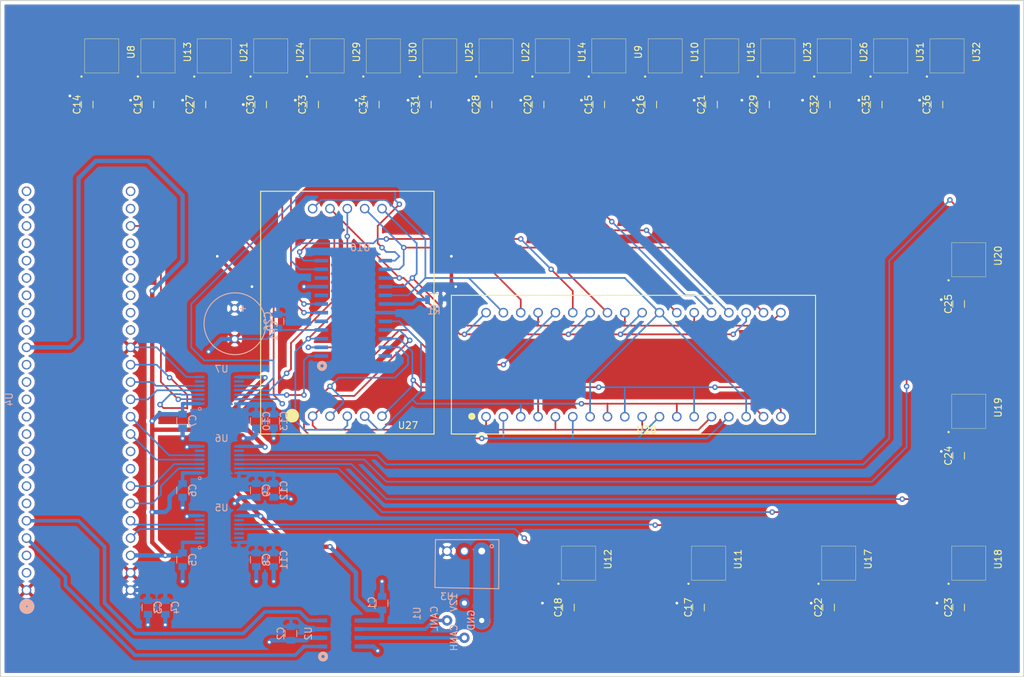
<source format=kicad_pcb>
(kicad_pcb (version 4) (host pcbnew 4.0.6)
  (layers (0 F.Cu signal) (31 B.Cu signal) (34 B.Paste user) (35 F.Paste user) (36 B.SilkS user) (37 F.SilkS user) (38 B.Mask user) (39 F.Mask user) (44 Edge.Cuts user))
  (net 0 "")
  (net 1 GND)
  (net 2 3.3V)
  (net 3 +5V)
  (net 4 RSet)
  (net 5 CANL)
  (net 6 CANH)
  (net 7 +12V)
  (net 8 CANTX)
  (net 9 CANRX)
  (net 10 "Net-(U4-Pad2)")
  (net 11 "Net-(U4-Pad3)")
  (net 12 "Net-(U4-Pad6)")
  (net 13 "Net-(U4-Pad7)")
  (net 14 "Net-(U4-Pad8)")
  (net 15 "Net-(U4-Pad9)")
  (net 16 "Net-(U4-Pad10)")
  (net 17 "Net-(U4-Pad11)")
  (net 18 "Net-(U4-Pad12)")
  (net 19 "Net-(U4-Pad13)")
  (net 20 "Net-(U4-Pad14)")
  (net 21 "Net-(U4-Pad16)")
  (net 22 "Net-(U4-Pad17)")
  (net 23 "Net-(U4-Pad18)")
  (net 24 "Net-(U4-Pad19)")
  (net 25 "Net-(U4-Pad20)")
  (net 26 "Net-(U4-Pad21)")
  (net 27 "Net-(U4-Pad22)")
  (net 28 "Net-(U4-Pad23)")
  (net 29 "Net-(U4-Pad24)")
  (net 30 "Net-(U4-Pad25)")
  (net 31 "Net-(U4-Pad26)")
  (net 32 "Net-(U4-Pad27)")
  (net 33 "Net-(U4-Pad28)")
  (net 34 "Net-(U4-Pad29)")
  (net 35 "Net-(U4-Pad30)")
  (net 36 "Net-(U4-Pad31)")
  (net 37 "Net-(U4-Pad32)")
  (net 38 "Net-(U4-Pad33)")
  (net 39 DIN)
  (net 40 CLK)
  (net 41 LOAD)
  (net 42 "Net-(U4-Pad38)")
  (net 43 "Net-(U4-Pad39)")
  (net 44 "Net-(U4-Pad40)")
  (net 45 "Net-(U4-Pad41)")
  (net 46 "Net-(U4-Pad42)")
  (net 47 "Net-(U4-Pad43)")
  (net 48 "Net-(U4-Pad44)")
  (net 49 "Net-(U4-Pad45)")
  (net 50 "Net-(U5-Pad2)")
  (net 51 "Net-(U5-Pad3)")
  (net 52 "Net-(U5-Pad6)")
  (net 53 "Net-(U5-Pad9)")
  (net 54 L6)
  (net 55 L5)
  (net 56 "Net-(U5-Pad12)")
  (net 57 "Net-(U5-Pad13)")
  (net 58 "Net-(U6-Pad6)")
  (net 59 "Net-(U6-Pad9)")
  (net 60 L4)
  (net 61 L3)
  (net 62 L2)
  (net 63 L1)
  (net 64 "Net-(U7-Pad6)")
  (net 65 "Net-(U7-Pad9)")
  (net 66 "Net-(U16-Pad13)")
  (net 67 "Net-(U16-Pad12)")
  (net 68 "Net-(U16-Pad1)")
  (net 69 LS)
  (net 70 "Net-(U13-Pad4)")
  (net 71 "Net-(U10-Pad4)")
  (net 72 "Net-(U14-Pad2)")
  (net 73 "Net-(U10-Pad2)")
  (net 74 "Net-(U11-Pad2)")
  (net 75 "Net-(U12-Pad2)")
  (net 76 "Net-(U13-Pad2)")
  (net 77 "Net-(U14-Pad4)")
  (net 78 "Net-(U15-Pad2)")
  (net 79 D0)
  (net 80 D4)
  (net 81 "Net-(U16-Pad5)")
  (net 82 D2)
  (net 83 D3)
  (net 84 "Net-(U16-Pad8)")
  (net 85 "Net-(U16-Pad10)")
  (net 86 D1)
  (net 87 a)
  (net 88 f)
  (net 89 b)
  (net 90 g)
  (net 91 c)
  (net 92 e)
  (net 93 DP)
  (net 94 d)
  (net 95 "Net-(U16-Pad24)")
  (net 96 "Net-(U17-Pad2)")
  (net 97 "Net-(U18-Pad2)")
  (net 98 "Net-(U19-Pad2)")
  (net 99 "Net-(U20-Pad2)")
  (net 100 "Net-(U21-Pad2)")
  (net 101 "Net-(U22-Pad4)")
  (net 102 "Net-(U23-Pad2)")
  (net 103 "Net-(U24-Pad2)")
  (net 104 "Net-(U25-Pad4)")
  (net 105 "Net-(U26-Pad2)")
  (net 106 "Net-(U29-Pad2)")
  (net 107 "Net-(U31-Pad2)")
  (net 108 "Net-(U32-Pad2)")
  (module Capacitors_SMD:C_0805 (layer B.Cu) (at 96.52 136.525 270)
    (fp_text reference C1 (at 0 1.5 270) (layer B.SilkS) (effects (justify mirror)))
    (fp_text value 100n)
    (pad 1 smd rect (at -1 0 270) (size 1 1.25) (layers B.Cu B.Paste B.Mask) (net 1 GND))
    (pad 2 smd rect (at 1 0 270) (size 1 1.25) (layers B.Cu B.Paste B.Mask) (net 2 3.3V))
  )
  (module Capacitors_SMD:C_0805 (layer B.Cu) (at 83.185 140.97 270)
    (fp_text reference C2 (at 0 1.5 270) (layer B.SilkS) (effects (justify mirror)))
    (fp_text value 100n)
    (pad 1 smd rect (at -1 0 270) (size 1 1.25) (layers B.Cu B.Paste B.Mask) (net 3 +5V))
    (pad 2 smd rect (at 1 0 270) (size 1 1.25) (layers B.Cu B.Paste B.Mask) (net 1 GND))
  )
  (module Capacitors_SMD:C_0805 (layer B.Cu) (at 62.23 137.16 90)
    (fp_text reference C3 (at 0 1.5 90) (layer B.SilkS) (effects (justify mirror)))
    (fp_text value 100n)
    (pad 1 smd rect (at -1 0 90) (size 1 1.25) (layers B.Cu B.Paste B.Mask) (net 1 GND))
    (pad 2 smd rect (at 1 0 90) (size 1 1.25) (layers B.Cu B.Paste B.Mask) (net 3 +5V))
  )
  (module Capacitors_SMD:C_0805 (layer B.Cu) (at 64.77 137.16 90)
    (fp_text reference C4 (at 0 1.5 90) (layer B.SilkS) (effects (justify mirror)))
    (fp_text value 1uF)
    (pad 1 smd rect (at -1 0 90) (size 1 1.25) (layers B.Cu B.Paste B.Mask) (net 1 GND))
    (pad 2 smd rect (at 1 0 90) (size 1 1.25) (layers B.Cu B.Paste B.Mask) (net 3 +5V))
  )
  (module Capacitors_SMD:C_0805 (layer B.Cu) (at 67.31 130.175 90)
    (fp_text reference C5 (at 0 1.5 90) (layer B.SilkS) (effects (justify mirror)))
    (fp_text value 100n)
    (pad 1 smd rect (at -1 0 90) (size 1 1.25) (layers B.Cu B.Paste B.Mask) (net 1 GND))
    (pad 2 smd rect (at 1 0 90) (size 1 1.25) (layers B.Cu B.Paste B.Mask) (net 2 3.3V))
  )
  (module Capacitors_SMD:C_0805 (layer B.Cu) (at 67.31 120.015 90)
    (fp_text reference C6 (at 0 1.5 90) (layer B.SilkS) (effects (justify mirror)))
    (fp_text value 100n)
    (pad 1 smd rect (at -1 0 90) (size 1 1.25) (layers B.Cu B.Paste B.Mask) (net 1 GND))
    (pad 2 smd rect (at 1 0 90) (size 1 1.25) (layers B.Cu B.Paste B.Mask) (net 2 3.3V))
  )
  (module Capacitors_SMD:C_0805 (layer B.Cu) (at 67.31 109.855 90)
    (fp_text reference C7 (at 0 1.5 90) (layer B.SilkS) (effects (justify mirror)))
    (fp_text value 100n)
    (pad 1 smd rect (at -1 0 90) (size 1 1.25) (layers B.Cu B.Paste B.Mask) (net 1 GND))
    (pad 2 smd rect (at 1 0 90) (size 1 1.25) (layers B.Cu B.Paste B.Mask) (net 2 3.3V))
  )
  (module Capacitors_SMD:C_0805 (layer B.Cu) (at 78.105 130.175 90)
    (fp_text reference C8 (at 0 1.5 90) (layer B.SilkS) (effects (justify mirror)))
    (fp_text value 100n)
    (pad 1 smd rect (at -1 0 90) (size 1 1.25) (layers B.Cu B.Paste B.Mask) (net 1 GND))
    (pad 2 smd rect (at 1 0 90) (size 1 1.25) (layers B.Cu B.Paste B.Mask) (net 3 +5V))
  )
  (module Capacitors_SMD:C_0805 (layer B.Cu) (at 78.105 120.015 90)
    (fp_text reference C9 (at 0 1.5 90) (layer B.SilkS) (effects (justify mirror)))
    (fp_text value 100n)
    (pad 1 smd rect (at -1 0 90) (size 1 1.25) (layers B.Cu B.Paste B.Mask) (net 1 GND))
    (pad 2 smd rect (at 1 0 90) (size 1 1.25) (layers B.Cu B.Paste B.Mask) (net 3 +5V))
  )
  (module Capacitors_SMD:C_0805 (layer B.Cu) (at 78.105 109.855 90)
    (fp_text reference C10 (at 0 1.5 90) (layer B.SilkS) (effects (justify mirror)))
    (fp_text value 100n)
    (pad 1 smd rect (at -1 0 90) (size 1 1.25) (layers B.Cu B.Paste B.Mask) (net 1 GND))
    (pad 2 smd rect (at 1 0 90) (size 1 1.25) (layers B.Cu B.Paste B.Mask) (net 3 +5V))
  )
  (module Capacitors_SMD:C_0805 (layer B.Cu) (at 80.645 130.175 90)
    (fp_text reference C11 (at 0 1.5 90) (layer B.SilkS) (effects (justify mirror)))
    (fp_text value 1uF)
    (pad 1 smd rect (at -1 0 90) (size 1 1.25) (layers B.Cu B.Paste B.Mask) (net 1 GND))
    (pad 2 smd rect (at 1 0 90) (size 1 1.25) (layers B.Cu B.Paste B.Mask) (net 3 +5V))
  )
  (module Capacitors_SMD:C_0805 (layer B.Cu) (at 80.645 120.015 90)
    (fp_text reference C12 (at 0 1.5 90) (layer B.SilkS) (effects (justify mirror)))
    (fp_text value 1uF)
    (pad 1 smd rect (at -1 0 90) (size 1 1.25) (layers B.Cu B.Paste B.Mask) (net 1 GND))
    (pad 2 smd rect (at 1 0 90) (size 1 1.25) (layers B.Cu B.Paste B.Mask) (net 3 +5V))
  )
  (module Capacitors_SMD:C_0805 (layer B.Cu) (at 80.645 109.855 90)
    (fp_text reference C13 (at 0 1.5 90) (layer B.SilkS) (effects (justify mirror)))
    (fp_text value 1uF)
    (pad 1 smd rect (at -1 0 90) (size 1 1.25) (layers B.Cu B.Paste B.Mask) (net 1 GND))
    (pad 2 smd rect (at 1 0 90) (size 1 1.25) (layers B.Cu B.Paste B.Mask) (net 3 +5V))
  )
  (module Capacitors_SMD:C_0805 (layer F.Cu) (at 53.34 63.5 90)
    (fp_text reference C14 (at 0 -1.5 90) (layer F.SilkS))
    (fp_text value 100n)
    (pad 1 smd rect (at -1 0 90) (size 1 1.25) (layers F.Cu F.Paste F.Mask) (net 1 GND))
    (pad 2 smd rect (at 1 0 90) (size 1 1.25) (layers F.Cu F.Paste F.Mask) (net 3 +5V))
  )
  (module Capacitors_SMD:C_0805 (layer F.Cu) (at 128.27 63.5 90)
    (fp_text reference C15 (at 0 -1.5 90) (layer F.SilkS))
    (fp_text value 100n)
    (pad 1 smd rect (at -1 0 90) (size 1 1.25) (layers F.Cu F.Paste F.Mask) (net 1 GND))
    (pad 2 smd rect (at 1 0 90) (size 1 1.25) (layers F.Cu F.Paste F.Mask) (net 3 +5V))
  )
  (module Capacitors_SMD:C_0805 (layer F.Cu) (at 135.89 63.5 90)
    (fp_text reference C16 (at 0 -1.5 90) (layer F.SilkS))
    (fp_text value 100n)
    (pad 1 smd rect (at -1 0 90) (size 1 1.25) (layers F.Cu F.Paste F.Mask) (net 1 GND))
    (pad 2 smd rect (at 1 0 90) (size 1 1.25) (layers F.Cu F.Paste F.Mask) (net 3 +5V))
  )
  (module Capacitors_SMD:C_0805 (layer F.Cu) (at 142.875 137.16 90)
    (fp_text reference C17 (at 0 -1.5 90) (layer F.SilkS))
    (fp_text value 100n)
    (pad 1 smd rect (at -1 0 90) (size 1 1.25) (layers F.Cu F.Paste F.Mask) (net 1 GND))
    (pad 2 smd rect (at 1 0 90) (size 1 1.25) (layers F.Cu F.Paste F.Mask) (net 3 +5V))
  )
  (module Capacitors_SMD:C_0805 (layer F.Cu) (at 123.825 137.16 90)
    (fp_text reference C18 (at 0 -1.5 90) (layer F.SilkS))
    (fp_text value 100n)
    (pad 1 smd rect (at -1 0 90) (size 1 1.25) (layers F.Cu F.Paste F.Mask) (net 1 GND))
    (pad 2 smd rect (at 1 0 90) (size 1 1.25) (layers F.Cu F.Paste F.Mask) (net 3 +5V))
  )
  (module Capacitors_SMD:C_0805 (layer F.Cu) (at 62.23 63.5 90)
    (fp_text reference C19 (at 0 -1.5 90) (layer F.SilkS))
    (fp_text value 100n)
    (pad 1 smd rect (at -1 0 90) (size 1 1.25) (layers F.Cu F.Paste F.Mask) (net 1 GND))
    (pad 2 smd rect (at 1 0 90) (size 1 1.25) (layers F.Cu F.Paste F.Mask) (net 3 +5V))
  )
  (module Capacitors_SMD:C_0805 (layer F.Cu) (at 119.38 63.5 90)
    (fp_text reference C20 (at 0 -1.5 90) (layer F.SilkS))
    (fp_text value 100n)
    (pad 1 smd rect (at -1 0 90) (size 1 1.25) (layers F.Cu F.Paste F.Mask) (net 1 GND))
    (pad 2 smd rect (at 1 0 90) (size 1 1.25) (layers F.Cu F.Paste F.Mask) (net 3 +5V))
  )
  (module Capacitors_SMD:C_0805 (layer F.Cu) (at 144.78 63.5 90)
    (fp_text reference C21 (at 0 -1.5 90) (layer F.SilkS))
    (fp_text value 100n)
    (pad 1 smd rect (at -1 0 90) (size 1 1.25) (layers F.Cu F.Paste F.Mask) (net 1 GND))
    (pad 2 smd rect (at 1 0 90) (size 1 1.25) (layers F.Cu F.Paste F.Mask) (net 3 +5V))
  )
  (module Capacitors_SMD:C_0805 (layer F.Cu) (at 161.925 137.16 90)
    (fp_text reference C22 (at 0 -1.5 90) (layer F.SilkS))
    (fp_text value 100n)
    (pad 1 smd rect (at -1 0 90) (size 1 1.25) (layers F.Cu F.Paste F.Mask) (net 1 GND))
    (pad 2 smd rect (at 1 0 90) (size 1 1.25) (layers F.Cu F.Paste F.Mask) (net 3 +5V))
  )
  (module Capacitors_SMD:C_0805 (layer F.Cu) (at 180.975 137.16 90)
    (fp_text reference C23 (at 0 -1.5 90) (layer F.SilkS))
    (fp_text value 100n)
    (pad 1 smd rect (at -1 0 90) (size 1 1.25) (layers F.Cu F.Paste F.Mask) (net 1 GND))
    (pad 2 smd rect (at 1 0 90) (size 1 1.25) (layers F.Cu F.Paste F.Mask) (net 3 +5V))
  )
  (module Capacitors_SMD:C_0805 (layer F.Cu) (at 180.975 114.935 90)
    (fp_text reference C24 (at 0 -1.5 90) (layer F.SilkS))
    (fp_text value 100n)
    (pad 1 smd rect (at -1 0 90) (size 1 1.25) (layers F.Cu F.Paste F.Mask) (net 1 GND))
    (pad 2 smd rect (at 1 0 90) (size 1 1.25) (layers F.Cu F.Paste F.Mask) (net 3 +5V))
  )
  (module Capacitors_SMD:C_0805 (layer F.Cu) (at 180.975 92.71 90)
    (fp_text reference C25 (at 0 -1.5 90) (layer F.SilkS))
    (fp_text value 100n)
    (pad 1 smd rect (at -1 0 90) (size 1 1.25) (layers F.Cu F.Paste F.Mask) (net 1 GND))
    (pad 2 smd rect (at 1 0 90) (size 1 1.25) (layers F.Cu F.Paste F.Mask) (net 3 +5V))
  )
  (module Capacitors_SMD:C_0805 (layer B.Cu) (at 81.28 95.25 270)
    (fp_text reference C26 (at 0 1.5 270) (layer B.SilkS) (effects (justify mirror)))
    (fp_text value 100n)
    (pad 1 smd rect (at -1 0 270) (size 1 1.25) (layers B.Cu B.Paste B.Mask) (net 3 +5V))
    (pad 2 smd rect (at 1 0 270) (size 1 1.25) (layers B.Cu B.Paste B.Mask) (net 1 GND))
  )
  (module Capacitors_SMD:C_0805 (layer F.Cu) (at 69.85 63.5 90)
    (fp_text reference C27 (at 0 -1.5 90) (layer F.SilkS))
    (fp_text value 100n)
    (pad 1 smd rect (at -1 0 90) (size 1 1.25) (layers F.Cu F.Paste F.Mask) (net 1 GND))
    (pad 2 smd rect (at 1 0 90) (size 1 1.25) (layers F.Cu F.Paste F.Mask) (net 3 +5V))
  )
  (module Capacitors_SMD:C_0805 (layer F.Cu) (at 111.76 63.5 90)
    (fp_text reference C28 (at 0 -1.5 90) (layer F.SilkS))
    (fp_text value 100n)
    (pad 1 smd rect (at -1 0 90) (size 1 1.25) (layers F.Cu F.Paste F.Mask) (net 1 GND))
    (pad 2 smd rect (at 1 0 90) (size 1 1.25) (layers F.Cu F.Paste F.Mask) (net 3 +5V))
  )
  (module Capacitors_SMD:C_0805 (layer F.Cu) (at 152.4 63.5 90)
    (fp_text reference C29 (at 0 -1.5 90) (layer F.SilkS))
    (fp_text value 100n)
    (pad 1 smd rect (at -1 0 90) (size 1 1.25) (layers F.Cu F.Paste F.Mask) (net 1 GND))
    (pad 2 smd rect (at 1 0 90) (size 1 1.25) (layers F.Cu F.Paste F.Mask) (net 3 +5V))
  )
  (module Capacitors_SMD:C_0805 (layer F.Cu) (at 78.74 63.5 90)
    (fp_text reference C30 (at 0 -1.5 90) (layer F.SilkS))
    (fp_text value 100n)
    (pad 1 smd rect (at -1 0 90) (size 1 1.25) (layers F.Cu F.Paste F.Mask) (net 1 GND))
    (pad 2 smd rect (at 1 0 90) (size 1 1.25) (layers F.Cu F.Paste F.Mask) (net 3 +5V))
  )
  (module Capacitors_SMD:C_0805 (layer F.Cu) (at 102.87 63.5 90)
    (fp_text reference C31 (at 0 -1.5 90) (layer F.SilkS))
    (fp_text value 100n)
    (pad 1 smd rect (at -1 0 90) (size 1 1.25) (layers F.Cu F.Paste F.Mask) (net 1 GND))
    (pad 2 smd rect (at 1 0 90) (size 1 1.25) (layers F.Cu F.Paste F.Mask) (net 3 +5V))
  )
  (module Capacitors_SMD:C_0805 (layer F.Cu) (at 161.29 63.5 90)
    (fp_text reference C32 (at 0 -1.5 90) (layer F.SilkS))
    (fp_text value 100n)
    (pad 1 smd rect (at -1 0 90) (size 1 1.25) (layers F.Cu F.Paste F.Mask) (net 1 GND))
    (pad 2 smd rect (at 1 0 90) (size 1 1.25) (layers F.Cu F.Paste F.Mask) (net 3 +5V))
  )
  (module Capacitors_SMD:C_0805 (layer F.Cu) (at 86.36 63.5 90)
    (fp_text reference C33 (at 0 -1.5 90) (layer F.SilkS))
    (fp_text value 100n)
    (pad 1 smd rect (at -1 0 90) (size 1 1.25) (layers F.Cu F.Paste F.Mask) (net 1 GND))
    (pad 2 smd rect (at 1 0 90) (size 1 1.25) (layers F.Cu F.Paste F.Mask) (net 3 +5V))
  )
  (module Capacitors_SMD:C_0805 (layer F.Cu) (at 95.25 63.5 90)
    (fp_text reference C34 (at 0 -1.5 90) (layer F.SilkS))
    (fp_text value 100n)
    (pad 1 smd rect (at -1 0 90) (size 1 1.25) (layers F.Cu F.Paste F.Mask) (net 1 GND))
    (pad 2 smd rect (at 1 0 90) (size 1 1.25) (layers F.Cu F.Paste F.Mask) (net 3 +5V))
  )
  (module Capacitors_SMD:C_0805 (layer F.Cu) (at 168.91 63.5 90)
    (fp_text reference C35 (at 0 -1.5 90) (layer F.SilkS))
    (fp_text value 100n)
    (pad 1 smd rect (at -1 0 90) (size 1 1.25) (layers F.Cu F.Paste F.Mask) (net 1 GND))
    (pad 2 smd rect (at 1 0 90) (size 1 1.25) (layers F.Cu F.Paste F.Mask) (net 3 +5V))
  )
  (module Capacitors_SMD:C_0805 (layer F.Cu) (at 177.8 63.5 90)
    (fp_text reference C36 (at 0 -1.5 90) (layer F.SilkS))
    (fp_text value 100n)
    (pad 1 smd rect (at -1 0 90) (size 1 1.25) (layers F.Cu F.Paste F.Mask) (net 1 GND))
    (pad 2 smd rect (at 1 0 90) (size 1 1.25) (layers F.Cu F.Paste F.Mask) (net 3 +5V))
  )
  (module ER17_footprints:CP (layer B.Cu) (at 74.93 93.345 270)
    (fp_text reference CP1 (at 3.3274 -5.7912 270) (layer B.SilkS) (effects (justify mirror)))
    (fp_text value 10uF)
    (fp_text user + (at 0.0508 -1.143 270) (layer B.SilkS) (effects (justify mirror)))
    (pad 1 thru_hole circle (at 0 0 270) (size 1.2 1.2) (drill 0.8) (layers *.Cu *.Mask) (net 3 +5V))
    (pad 2 thru_hole circle (at 4.5 0 270) (size 1.2 1.2) (drill 0.8) (layers *.Cu *.Mask) (net 1 GND))
  )
  (module Resistors_SMD:R_0805 (layer B.Cu) (at 104.14 92.075)
    (fp_text reference R1 (at 0 1.65) (layer B.SilkS) (effects (justify mirror)))
    (fp_text value 17.7k)
    (pad 1 smd rect (at -0.95 0) (size 0.7 1.3) (layers B.Cu B.Paste B.Mask) (net 4 RSet))
    (pad 2 smd rect (at 0.95 0) (size 0.7 1.3) (layers B.Cu B.Paste B.Mask) (net 3 +5V))
  )
  (module ER17_footprints:Kontakt (layer B.Cu) (at 108.585 139.065 90)
    (fp_text reference U1 (at 1.016 -6.9342 90) (layer B.SilkS) (effects (justify mirror)))
    (fp_text value Kontakt)
    (fp_text user GND (at 0.0508 0.9906 90) (layer B.SilkS) (effects (justify mirror)))
    (fp_text user 12V (at 2.6416 -1.5748 90) (layer B.SilkS) (effects (justify mirror)))
    (fp_text user CANH (at -2.5146 -1.524 90) (layer B.SilkS) (effects (justify mirror)))
    (fp_text user CANL (at 0.2794 -4.4196 90) (layer B.SilkS) (effects (justify mirror)))
    (pad 1 thru_hole circle (at 0 -2.54 90) (size 1.524 1.524) (drill 0.762) (layers *.Cu *.Mask) (net 5 CANL))
    (pad 2 thru_hole circle (at -2.54 0 90) (size 1.524 1.524) (drill 0.762) (layers *.Cu *.Mask) (net 6 CANH))
    (pad 3 thru_hole circle (at 0 2.54 90) (size 1.524 1.524) (drill 0.762) (layers *.Cu *.Mask) (net 7 +12V))
    (pad 4 thru_hole circle (at 2.54 0 90) (size 1.524 1.524) (drill 0.762) (layers *.Cu *.Mask) (net 1 GND))
  )
  (module ER17_footprints:TJA1042T3 (layer B.Cu) (at 82.55 139.065 90)
    (fp_text reference U2 (at -1.905 3.175 90) (layer B.SilkS) (effects (justify mirror)))
    (fp_text value TJA1042T/3)
    (pad 1 smd rect (at -3.81 5.3 90) (size 0.6 1.3) (layers B.Cu B.Paste B.Mask) (net 8 CANTX))
    (pad 2 smd rect (at -2.54 5.3 90) (size 0.6 1.3) (layers B.Cu B.Paste B.Mask) (net 1 GND))
    (pad 3 smd rect (at -1.27 5.3 90) (size 0.6 1.3) (layers B.Cu B.Paste B.Mask) (net 3 +5V))
    (pad 4 smd rect (at 0 5.3 90) (size 0.6 1.3) (layers B.Cu B.Paste B.Mask) (net 9 CANRX))
    (pad 5 smd rect (at 0 10.6 90) (size 0.6 1.3) (layers B.Cu B.Paste B.Mask) (net 2 3.3V))
    (pad 6 smd rect (at -1.27 10.6 90) (size 0.6 1.3) (layers B.Cu B.Paste B.Mask) (net 5 CANL))
    (pad 7 smd rect (at -2.54 10.6 90) (size 0.6 1.3) (layers B.Cu B.Paste B.Mask) (net 6 CANH))
    (pad 8 smd rect (at -3.81 10.6 90) (size 0.6 1.3) (layers B.Cu B.Paste B.Mask) (net 1 GND))
  )
  (module ER17_footprints:R-78B (layer B.Cu) (at 108.585 128.905 180)
    (fp_text reference U3 (at 2.54 -6.6548 180) (layer B.SilkS) (effects (justify mirror)))
    (fp_text value R-78B)
    (pad 1 thru_hole circle (at -2.54 0 180) (size 1.4 1.4) (drill 1) (layers *.Cu *.Mask) (net 7 +12V))
    (pad 2 thru_hole circle (at 0 0 180) (size 1.4 1.4) (drill 1) (layers *.Cu *.Mask) (net 1 GND))
    (pad 3 thru_hole circle (at 2.54 0 180) (size 1.4 1.4) (drill 1) (layers *.Cu *.Mask) (net 3 +5V))
  )
  (module ER17_footprints:Teensy3.6 (layer B.Cu) (at 44.45 124.46 90)
    (fp_text reference U4 (at 17.78 -2.54 90) (layer B.SilkS) (effects (justify mirror)))
    (fp_text value Teensy3.6)
    (pad 1 thru_hole circle (at -10.16 0 90) (size 1.4 1.4) (drill 1.016) (layers *.Cu *.Mask) (net 1 GND))
    (pad 2 thru_hole circle (at -7.62 0 90) (size 1.4 1.4) (drill 1.016) (layers *.Cu *.Mask) (net 10 "Net-(U4-Pad2)"))
    (pad 3 thru_hole circle (at -5.08 0 90) (size 1.4 1.4) (drill 1.016) (layers *.Cu *.Mask) (net 11 "Net-(U4-Pad3)"))
    (pad 4 thru_hole circle (at -2.54 0 90) (size 1.4 1.4) (drill 1.016) (layers *.Cu *.Mask) (net 8 CANTX))
    (pad 5 thru_hole circle (at 0 0 90) (size 1.4 1.4) (drill 1.016) (layers *.Cu *.Mask) (net 9 CANRX))
    (pad 6 thru_hole circle (at 2.54 0 90) (size 1.4 1.4) (drill 1.016) (layers *.Cu *.Mask) (net 12 "Net-(U4-Pad6)"))
    (pad 7 thru_hole circle (at 5.08 0 90) (size 1.4 1.4) (drill 1.016) (layers *.Cu *.Mask) (net 13 "Net-(U4-Pad7)"))
    (pad 8 thru_hole circle (at 7.62 0 90) (size 1.4 1.4) (drill 1.016) (layers *.Cu *.Mask) (net 14 "Net-(U4-Pad8)"))
    (pad 9 thru_hole circle (at 10.16 0 90) (size 1.4 1.4) (drill 1.016) (layers *.Cu *.Mask) (net 15 "Net-(U4-Pad9)"))
    (pad 10 thru_hole circle (at 12.7 0 90) (size 1.4 1.4) (drill 1.016) (layers *.Cu *.Mask) (net 16 "Net-(U4-Pad10)"))
    (pad 11 thru_hole circle (at 15.24 0 90) (size 1.4 1.4) (drill 1.016) (layers *.Cu *.Mask) (net 17 "Net-(U4-Pad11)"))
    (pad 12 thru_hole circle (at 17.78 0 90) (size 1.4 1.4) (drill 1.016) (layers *.Cu *.Mask) (net 18 "Net-(U4-Pad12)"))
    (pad 13 thru_hole circle (at 20.32 0 90) (size 1.4 1.4) (drill 1.016) (layers *.Cu *.Mask) (net 19 "Net-(U4-Pad13)"))
    (pad 14 thru_hole circle (at 22.86 0 90) (size 1.4 1.4) (drill 1.016) (layers *.Cu *.Mask) (net 20 "Net-(U4-Pad14)"))
    (pad 15 thru_hole circle (at 25.4 0 90) (size 1.4 1.4) (drill 1.016) (layers *.Cu *.Mask) (net 2 3.3V))
    (pad 16 thru_hole circle (at 27.94 0 90) (size 1.4 1.4) (drill 1.016) (layers *.Cu *.Mask) (net 21 "Net-(U4-Pad16)"))
    (pad 17 thru_hole circle (at 30.48 0 90) (size 1.4 1.4) (drill 1.016) (layers *.Cu *.Mask) (net 22 "Net-(U4-Pad17)"))
    (pad 18 thru_hole circle (at 33.02 0 90) (size 1.4 1.4) (drill 1.016) (layers *.Cu *.Mask) (net 23 "Net-(U4-Pad18)"))
    (pad 19 thru_hole circle (at 35.56 0 90) (size 1.4 1.4) (drill 1.016) (layers *.Cu *.Mask) (net 24 "Net-(U4-Pad19)"))
    (pad 20 thru_hole circle (at 38.1 0 90) (size 1.4 1.4) (drill 1.016) (layers *.Cu *.Mask) (net 25 "Net-(U4-Pad20)"))
    (pad 21 thru_hole circle (at 40.64 0 90) (size 1.4 1.4) (drill 1.016) (layers *.Cu *.Mask) (net 26 "Net-(U4-Pad21)"))
    (pad 22 thru_hole circle (at 43.18 0 90) (size 1.4 1.4) (drill 1.016) (layers *.Cu *.Mask) (net 27 "Net-(U4-Pad22)"))
    (pad 23 thru_hole circle (at 45.72 0 90) (size 1.4 1.4) (drill 1.016) (layers *.Cu *.Mask) (net 28 "Net-(U4-Pad23)"))
    (pad 24 thru_hole circle (at 48.26 0 90) (size 1.4 1.4) (drill 1.016) (layers *.Cu *.Mask) (net 29 "Net-(U4-Pad24)"))
    (pad 25 thru_hole circle (at 48.26 15.24 90) (size 1.4 1.4) (drill 1.016) (layers *.Cu *.Mask) (net 30 "Net-(U4-Pad25)"))
    (pad 26 thru_hole circle (at 45.72 15.24 90) (size 1.4 1.4) (drill 1.016) (layers *.Cu *.Mask) (net 31 "Net-(U4-Pad26)"))
    (pad 27 thru_hole circle (at 43.18 15.24 90) (size 1.4 1.4) (drill 1.016) (layers *.Cu *.Mask) (net 32 "Net-(U4-Pad27)"))
    (pad 28 thru_hole circle (at 40.64 15.24 90) (size 1.4 1.4) (drill 1.016) (layers *.Cu *.Mask) (net 33 "Net-(U4-Pad28)"))
    (pad 29 thru_hole circle (at 38.1 15.24 90) (size 1.4 1.4) (drill 1.016) (layers *.Cu *.Mask) (net 34 "Net-(U4-Pad29)"))
    (pad 30 thru_hole circle (at 35.56 15.24 90) (size 1.4 1.4) (drill 1.016) (layers *.Cu *.Mask) (net 35 "Net-(U4-Pad30)"))
    (pad 31 thru_hole circle (at 33.02 15.24 90) (size 1.4 1.4) (drill 1.016) (layers *.Cu *.Mask) (net 36 "Net-(U4-Pad31)"))
    (pad 32 thru_hole circle (at 30.48 15.24 90) (size 1.4 1.4) (drill 1.016) (layers *.Cu *.Mask) (net 37 "Net-(U4-Pad32)"))
    (pad 33 thru_hole circle (at 27.94 15.24 90) (size 1.4 1.4) (drill 1.016) (layers *.Cu *.Mask) (net 38 "Net-(U4-Pad33)"))
    (pad 34 thru_hole circle (at 25.4 15.24 90) (size 1.4 1.4) (drill 1.016) (layers *.Cu *.Mask) (net 1 GND))
    (pad 35 thru_hole circle (at 22.86 15.24 90) (size 1.4 1.4) (drill 1.016) (layers *.Cu *.Mask) (net 39 DIN))
    (pad 36 thru_hole circle (at 20.32 15.24 90) (size 1.4 1.4) (drill 1.016) (layers *.Cu *.Mask) (net 40 CLK))
    (pad 37 thru_hole circle (at 17.78 15.24 90) (size 1.4 1.4) (drill 1.016) (layers *.Cu *.Mask) (net 41 LOAD))
    (pad 38 thru_hole circle (at 15.24 15.24 90) (size 1.4 1.4) (drill 1.016) (layers *.Cu *.Mask) (net 42 "Net-(U4-Pad38)"))
    (pad 39 thru_hole circle (at 12.7 15.24 90) (size 1.4 1.4) (drill 1.016) (layers *.Cu *.Mask) (net 43 "Net-(U4-Pad39)"))
    (pad 40 thru_hole circle (at 10.16 15.24 90) (size 1.4 1.4) (drill 1.016) (layers *.Cu *.Mask) (net 44 "Net-(U4-Pad40)"))
    (pad 41 thru_hole circle (at 7.62 15.24 90) (size 1.4 1.4) (drill 1.016) (layers *.Cu *.Mask) (net 45 "Net-(U4-Pad41)"))
    (pad 42 thru_hole circle (at 5.08 15.24 90) (size 1.4 1.4) (drill 1.016) (layers *.Cu *.Mask) (net 46 "Net-(U4-Pad42)"))
    (pad 43 thru_hole circle (at 2.54 15.24 90) (size 1.4 1.4) (drill 1.016) (layers *.Cu *.Mask) (net 47 "Net-(U4-Pad43)"))
    (pad 44 thru_hole circle (at 0 15.24 90) (size 1.4 1.4) (drill 1.016) (layers *.Cu *.Mask) (net 48 "Net-(U4-Pad44)"))
    (pad 45 thru_hole circle (at -2.54 15.24 90) (size 1.4 1.4) (drill 1.016) (layers *.Cu *.Mask) (net 49 "Net-(U4-Pad45)"))
    (pad 46 thru_hole circle (at -5.08 15.24 90) (size 1.4 1.4) (drill 1.016) (layers *.Cu *.Mask) (net 2 3.3V))
    (pad 47 thru_hole circle (at -7.62 15.24 90) (size 1.4 1.4) (drill 1.016) (layers *.Cu *.Mask) (net 1 GND))
    (pad 48 thru_hole circle (at -10.16 15.24 90) (size 1.4 1.4) (drill 1.016) (layers *.Cu *.Mask) (net 3 +5V))
  )
  (module ER17_footprints:MAX3378E (layer B.Cu) (at 75.565 128.27)
    (fp_text reference U5 (at -2.54 -5.715) (layer B.SilkS) (effects (justify mirror)))
    (fp_text value max3378e)
    (pad 1 smd rect (at -5.75 -0.65) (size 1.4 0.35) (layers B.Cu B.Paste B.Mask) (net 2 3.3V))
    (pad 2 smd rect (at -5.75 -1.3) (size 1.4 0.35) (layers B.Cu B.Paste B.Mask) (net 50 "Net-(U5-Pad2)"))
    (pad 3 smd rect (at -5.75 -1.95) (size 1.4 0.35) (layers B.Cu B.Paste B.Mask) (net 51 "Net-(U5-Pad3)"))
    (pad 4 smd rect (at -5.75 -2.6) (size 1.4 0.35) (layers B.Cu B.Paste B.Mask) (net 49 "Net-(U4-Pad45)"))
    (pad 5 smd rect (at -5.75 -3.25) (size 1.4 0.35) (layers B.Cu B.Paste B.Mask) (net 48 "Net-(U4-Pad44)"))
    (pad 6 smd rect (at -5.75 -3.9) (size 1.4 0.35) (layers B.Cu B.Paste B.Mask) (net 52 "Net-(U5-Pad6)"))
    (pad 7 smd rect (at -5.75 -4.55) (size 1.4 0.35) (layers B.Cu B.Paste B.Mask) (net 1 GND))
    (pad 8 smd rect (at 0 -4.55) (size 1.4 0.35) (layers B.Cu B.Paste B.Mask) (net 2 3.3V))
    (pad 9 smd rect (at 0 -3.9) (size 1.4 0.35) (layers B.Cu B.Paste B.Mask) (net 53 "Net-(U5-Pad9)"))
    (pad 10 smd rect (at 0 -3.25) (size 1.4 0.35) (layers B.Cu B.Paste B.Mask) (net 54 L6))
    (pad 11 smd rect (at 0 -2.6) (size 1.4 0.35) (layers B.Cu B.Paste B.Mask) (net 55 L5))
    (pad 12 smd rect (at 0 -1.95) (size 1.4 0.35) (layers B.Cu B.Paste B.Mask) (net 56 "Net-(U5-Pad12)"))
    (pad 13 smd rect (at 0 -1.3) (size 1.4 0.35) (layers B.Cu B.Paste B.Mask) (net 57 "Net-(U5-Pad13)"))
    (pad 14 smd rect (at 0 -0.65) (size 1.4 0.35) (layers B.Cu B.Paste B.Mask) (net 3 +5V))
  )
  (module ER17_footprints:MAX3378E (layer B.Cu) (at 75.565 118.11)
    (fp_text reference U6 (at -2.54 -5.715) (layer B.SilkS) (effects (justify mirror)))
    (fp_text value max3378e)
    (pad 1 smd rect (at -5.75 -0.65) (size 1.4 0.35) (layers B.Cu B.Paste B.Mask) (net 2 3.3V))
    (pad 2 smd rect (at -5.75 -1.3) (size 1.4 0.35) (layers B.Cu B.Paste B.Mask) (net 47 "Net-(U4-Pad43)"))
    (pad 3 smd rect (at -5.75 -1.95) (size 1.4 0.35) (layers B.Cu B.Paste B.Mask) (net 46 "Net-(U4-Pad42)"))
    (pad 4 smd rect (at -5.75 -2.6) (size 1.4 0.35) (layers B.Cu B.Paste B.Mask) (net 43 "Net-(U4-Pad39)"))
    (pad 5 smd rect (at -5.75 -3.25) (size 1.4 0.35) (layers B.Cu B.Paste B.Mask) (net 42 "Net-(U4-Pad38)"))
    (pad 6 smd rect (at -5.75 -3.9) (size 1.4 0.35) (layers B.Cu B.Paste B.Mask) (net 58 "Net-(U6-Pad6)"))
    (pad 7 smd rect (at -5.75 -4.55) (size 1.4 0.35) (layers B.Cu B.Paste B.Mask) (net 1 GND))
    (pad 8 smd rect (at 0 -4.55) (size 1.4 0.35) (layers B.Cu B.Paste B.Mask) (net 2 3.3V))
    (pad 9 smd rect (at 0 -3.9) (size 1.4 0.35) (layers B.Cu B.Paste B.Mask) (net 59 "Net-(U6-Pad9)"))
    (pad 10 smd rect (at 0 -3.25) (size 1.4 0.35) (layers B.Cu B.Paste B.Mask) (net 60 L4))
    (pad 11 smd rect (at 0 -2.6) (size 1.4 0.35) (layers B.Cu B.Paste B.Mask) (net 61 L3))
    (pad 12 smd rect (at 0 -1.95) (size 1.4 0.35) (layers B.Cu B.Paste B.Mask) (net 62 L2))
    (pad 13 smd rect (at 0 -1.3) (size 1.4 0.35) (layers B.Cu B.Paste B.Mask) (net 63 L1))
    (pad 14 smd rect (at 0 -0.65) (size 1.4 0.35) (layers B.Cu B.Paste B.Mask) (net 3 +5V))
  )
  (module ER17_footprints:MAX3378E (layer B.Cu) (at 75.565 107.95)
    (fp_text reference U7 (at -2.54 -5.715) (layer B.SilkS) (effects (justify mirror)))
    (fp_text value max3378e)
    (pad 1 smd rect (at -5.75 -0.65) (size 1.4 0.35) (layers B.Cu B.Paste B.Mask) (net 2 3.3V))
    (pad 2 smd rect (at -5.75 -1.3) (size 1.4 0.35) (layers B.Cu B.Paste B.Mask) (net 32 "Net-(U4-Pad27)"))
    (pad 3 smd rect (at -5.75 -1.95) (size 1.4 0.35) (layers B.Cu B.Paste B.Mask) (net 39 DIN))
    (pad 4 smd rect (at -5.75 -2.6) (size 1.4 0.35) (layers B.Cu B.Paste B.Mask) (net 41 LOAD))
    (pad 5 smd rect (at -5.75 -3.25) (size 1.4 0.35) (layers B.Cu B.Paste B.Mask) (net 40 CLK))
    (pad 6 smd rect (at -5.75 -3.9) (size 1.4 0.35) (layers B.Cu B.Paste B.Mask) (net 64 "Net-(U7-Pad6)"))
    (pad 7 smd rect (at -5.75 -4.55) (size 1.4 0.35) (layers B.Cu B.Paste B.Mask) (net 1 GND))
    (pad 8 smd rect (at 0 -4.55) (size 1.4 0.35) (layers B.Cu B.Paste B.Mask) (net 2 3.3V))
    (pad 9 smd rect (at 0 -3.9) (size 1.4 0.35) (layers B.Cu B.Paste B.Mask) (net 65 "Net-(U7-Pad9)"))
    (pad 10 smd rect (at 0 -3.25) (size 1.4 0.35) (layers B.Cu B.Paste B.Mask) (net 66 "Net-(U16-Pad13)"))
    (pad 11 smd rect (at 0 -2.6) (size 1.4 0.35) (layers B.Cu B.Paste B.Mask) (net 67 "Net-(U16-Pad12)"))
    (pad 12 smd rect (at 0 -1.95) (size 1.4 0.35) (layers B.Cu B.Paste B.Mask) (net 68 "Net-(U16-Pad1)"))
    (pad 13 smd rect (at 0 -1.3) (size 1.4 0.35) (layers B.Cu B.Paste B.Mask) (net 69 LS))
    (pad 14 smd rect (at 0 -0.65) (size 1.4 0.35) (layers B.Cu B.Paste B.Mask) (net 3 +5V))
  )
  (module ER17_footprints:MAX7221 (layer B.Cu) (at 88.9 100.33)
    (fp_text reference U16 (at 4.445 -15.875) (layer B.SilkS) (effects (justify mirror)))
    (fp_text value MAX7221)
    (pad 1 smd rect (at -1.27 0) (size 1.981 0.533) (layers B.Cu B.Paste B.Mask) (net 68 "Net-(U16-Pad1)"))
    (pad 2 smd rect (at -1.27 -1.27) (size 1.981 0.533) (layers B.Cu B.Paste B.Mask) (net 79 D0))
    (pad 3 smd rect (at -1.27 -2.54) (size 1.981 0.533) (layers B.Cu B.Paste B.Mask) (net 80 D4))
    (pad 4 smd rect (at -1.27 -3.81) (size 1.981 0.533) (layers B.Cu B.Paste B.Mask) (net 1 GND))
    (pad 5 smd rect (at -1.27 -5.08) (size 1.981 0.533) (layers B.Cu B.Paste B.Mask) (net 81 "Net-(U16-Pad5)"))
    (pad 6 smd rect (at -1.27 -6.35) (size 1.981 0.533) (layers B.Cu B.Paste B.Mask) (net 82 D2))
    (pad 7 smd rect (at -1.27 -7.62) (size 1.981 0.533) (layers B.Cu B.Paste B.Mask) (net 83 D3))
    (pad 8 smd rect (at -1.27 -8.89) (size 1.981 0.533) (layers B.Cu B.Paste B.Mask) (net 84 "Net-(U16-Pad8)"))
    (pad 9 smd rect (at -1.27 -10.16) (size 1.981 0.533) (layers B.Cu B.Paste B.Mask) (net 1 GND))
    (pad 10 smd rect (at -1.27 -11.43) (size 1.981 0.533) (layers B.Cu B.Paste B.Mask) (net 85 "Net-(U16-Pad10)"))
    (pad 11 smd rect (at -1.27 -12.7) (size 1.981 0.533) (layers B.Cu B.Paste B.Mask) (net 86 D1))
    (pad 12 smd rect (at -1.27 -13.97) (size 1.981 0.533) (layers B.Cu B.Paste B.Mask) (net 67 "Net-(U16-Pad12)"))
    (pad 13 smd rect (at 8.103 -13.97) (size 1.981 0.533) (layers B.Cu B.Paste B.Mask) (net 66 "Net-(U16-Pad13)"))
    (pad 14 smd rect (at 8.103 -12.7) (size 1.981 0.533) (layers B.Cu B.Paste B.Mask) (net 87 a))
    (pad 15 smd rect (at 8.103 -11.43) (size 1.981 0.533) (layers B.Cu B.Paste B.Mask) (net 88 f))
    (pad 16 smd rect (at 8.103 -10.16) (size 1.981 0.533) (layers B.Cu B.Paste B.Mask) (net 89 b))
    (pad 17 smd rect (at 8.103 -8.89) (size 1.981 0.533) (layers B.Cu B.Paste B.Mask) (net 90 g))
    (pad 18 smd rect (at 8.103 -7.62) (size 1.981 0.533) (layers B.Cu B.Paste B.Mask) (net 4 RSet))
    (pad 19 smd rect (at 8.103 -6.35) (size 1.981 0.533) (layers B.Cu B.Paste B.Mask) (net 3 +5V))
    (pad 20 smd rect (at 8.103 -5.08) (size 1.981 0.533) (layers B.Cu B.Paste B.Mask) (net 91 c))
    (pad 21 smd rect (at 8.103 -3.81) (size 1.981 0.533) (layers B.Cu B.Paste B.Mask) (net 92 e))
    (pad 22 smd rect (at 8.103 -2.54) (size 1.981 0.533) (layers B.Cu B.Paste B.Mask) (net 93 DP))
    (pad 23 smd rect (at 8.103 -1.27) (size 1.981 0.533) (layers B.Cu B.Paste B.Mask) (net 94 d))
    (pad 24 smd rect (at 8.103 0) (size 1.981 0.533) (layers B.Cu B.Paste B.Mask) (net 95 "Net-(U16-Pad24)"))
  )
  (module ER17_footprints:CC56-11EWA (layer F.Cu) (at 134.62 93.98)
    (fp_text reference U28 (at 0.635 17.145) (layer F.SilkS))
    (fp_text value 4digit)
    (pad 1 thru_hole circle (at -22.86 15.24) (size 1.4 1.4) (drill 1) (layers *.Cu *.Mask) (net 92 e))
    (pad 2 thru_hole circle (at -20.32 15.24) (size 1.4 1.4) (drill 1) (layers *.Cu *.Mask) (net 94 d))
    (pad 3 thru_hole circle (at -17.78 15.24) (size 1.4 1.4) (drill 1) (layers *.Cu *.Mask) (net 91 c))
    (pad 4 thru_hole circle (at -15.24 15.24) (size 1.4 1.4) (drill 1) (layers *.Cu *.Mask) (net 93 DP))
    (pad 5 thru_hole circle (at -12.7 15.24) (size 1.4 1.4) (drill 1) (layers *.Cu *.Mask) (net 92 e))
    (pad 6 thru_hole circle (at -10.16 15.24) (size 1.4 1.4) (drill 1) (layers *.Cu *.Mask) (net 94 d))
    (pad 7 thru_hole circle (at -7.62 15.24) (size 1.4 1.4) (drill 1) (layers *.Cu *.Mask) (net 90 g))
    (pad 8 thru_hole circle (at -5.08 15.24) (size 1.4 1.4) (drill 1) (layers *.Cu *.Mask) (net 91 c))
    (pad 9 thru_hole circle (at -2.54 15.24) (size 1.4 1.4) (drill 1) (layers *.Cu *.Mask) (net 93 DP))
    (pad 10 thru_hole circle (at 0 15.24) (size 1.4 1.4) (drill 1) (layers *.Cu *.Mask) (net 92 e))
    (pad 11 thru_hole circle (at 2.54 15.24) (size 1.4 1.4) (drill 1) (layers *.Cu *.Mask) (net 94 d))
    (pad 12 thru_hole circle (at 5.08 15.24) (size 1.4 1.4) (drill 1) (layers *.Cu *.Mask) (net 91 c))
    (pad 13 thru_hole circle (at 7.62 15.24) (size 1.4 1.4) (drill 1) (layers *.Cu *.Mask) (net 93 DP))
    (pad 14 thru_hole circle (at 10.16 15.24) (size 1.4 1.4) (drill 1) (layers *.Cu *.Mask) (net 92 e))
    (pad 15 thru_hole circle (at 12.7 15.24) (size 1.4 1.4) (drill 1) (layers *.Cu *.Mask) (net 94 d))
    (pad 16 thru_hole circle (at 15.24 15.24) (size 1.4 1.4) (drill 1) (layers *.Cu *.Mask) (net 90 g))
    (pad 17 thru_hole circle (at 17.78 15.24) (size 1.4 1.4) (drill 1) (layers *.Cu *.Mask) (net 91 c))
    (pad 18 thru_hole circle (at 20.32 15.24) (size 1.4 1.4) (drill 1) (layers *.Cu *.Mask) (net 93 DP))
    (pad 19 thru_hole circle (at 20.32 0) (size 1.4 1.4) (drill 1) (layers *.Cu *.Mask) (net 89 b))
    (pad 20 thru_hole circle (at 17.78 0) (size 1.4 1.4) (drill 1) (layers *.Cu *.Mask) (net 87 a))
    (pad 21 thru_hole circle (at 15.24 0) (size 1.4 1.4) (drill 1) (layers *.Cu *.Mask) (net 88 f))
    (pad 22 thru_hole circle (at 12.7 0) (size 1.4 1.4) (drill 1) (layers *.Cu *.Mask) (net 83 D3))
    (pad 23 thru_hole circle (at 10.16 0) (size 1.4 1.4) (drill 1) (layers *.Cu *.Mask) (net 82 D2))
    (pad 24 thru_hole circle (at 7.62 0) (size 1.4 1.4) (drill 1) (layers *.Cu *.Mask) (net 89 b))
    (pad 25 thru_hole circle (at 5.08 0) (size 1.4 1.4) (drill 1) (layers *.Cu *.Mask) (net 87 a))
    (pad 26 thru_hole circle (at 2.54 0) (size 1.4 1.4) (drill 1) (layers *.Cu *.Mask) (net 90 g))
    (pad 27 thru_hole circle (at 0 0) (size 1.4 1.4) (drill 1) (layers *.Cu *.Mask) (net 88 f))
    (pad 28 thru_hole circle (at -2.54 0) (size 1.4 1.4) (drill 1) (layers *.Cu *.Mask) (net 89 b))
    (pad 29 thru_hole circle (at -5.08 0) (size 1.4 1.4) (drill 1) (layers *.Cu *.Mask) (net 87 a))
    (pad 30 thru_hole circle (at -7.62 0) (size 1.4 1.4) (drill 1) (layers *.Cu *.Mask) (net 88 f))
    (pad 31 thru_hole circle (at -10.16 0) (size 1.4 1.4) (drill 1) (layers *.Cu *.Mask) (net 86 D1))
    (pad 32 thru_hole circle (at -12.7 0) (size 1.4 1.4) (drill 1) (layers *.Cu *.Mask) (net 79 D0))
    (pad 33 thru_hole circle (at -15.24 0) (size 1.4 1.4) (drill 1) (layers *.Cu *.Mask) (net 89 b))
    (pad 34 thru_hole circle (at -17.78 0) (size 1.4 1.4) (drill 1) (layers *.Cu *.Mask) (net 87 a))
    (pad 35 thru_hole circle (at -20.32 0) (size 1.4 1.4) (drill 1) (layers *.Cu *.Mask) (net 90 g))
    (pad 36 thru_hole circle (at -22.86 0) (size 1.4 1.4) (drill 1) (layers *.Cu *.Mask) (net 88 f))
  )
  (module ER17_footprints:SC10-21CGKWA (layer F.Cu) (at 96.52 78.74)
    (fp_text reference U27 (at 3.81 31.75) (layer F.SilkS))
    (fp_text value SingleDig)
    (pad 1 thru_hole circle (at -10.16 30.4) (size 1.4 1.4) (drill 1) (layers *.Cu *.Mask) (net 92 e))
    (pad 2 thru_hole circle (at -7.62 30.4) (size 1.4 1.4) (drill 1) (layers *.Cu *.Mask) (net 94 d))
    (pad 3 thru_hole circle (at -5.08 30.4) (size 1.4 1.4) (drill 1) (layers *.Cu *.Mask) (net 80 D4))
    (pad 4 thru_hole circle (at -2.54 30.4) (size 1.4 1.4) (drill 1) (layers *.Cu *.Mask) (net 91 c))
    (pad 5 thru_hole circle (at 0 30.4) (size 1.4 1.4) (drill 1) (layers *.Cu *.Mask) (net 93 DP))
    (pad 6 thru_hole circle (at 0 0) (size 1.4 1.4) (drill 1) (layers *.Cu *.Mask) (net 89 b))
    (pad 7 thru_hole circle (at -2.54 0) (size 1.4 1.4) (drill 1) (layers *.Cu *.Mask) (net 87 a))
    (pad 8 thru_hole circle (at -5.08 0) (size 1.4 1.4) (drill 1) (layers *.Cu *.Mask) (net 80 D4))
    (pad 9 thru_hole circle (at -7.62 0) (size 1.4 1.4) (drill 1) (layers *.Cu *.Mask) (net 88 f))
    (pad 10 thru_hole circle (at -10.16 0) (size 1.4 1.4) (drill 1) (layers *.Cu *.Mask) (net 90 g))
  )
  (module ER17_footprints:SK6812 (layer F.Cu) (at 57.15 53.975 90)
    (fp_text reference U8 (at -1.8288 2.6162 90) (layer F.SilkS))
    (fp_text value SK6812)
    (pad 1 smd rect (at -4.9 -3.4 90) (size 1.5 1.6) (layers F.Cu F.Paste F.Mask) (net 3 +5V))
    (pad 2 smd rect (at -4.9 0 90) (size 1.5 1.6) (layers F.Cu F.Paste F.Mask) (net 70 "Net-(U13-Pad4)"))
    (pad 4 smd rect (at 0 -3.4 90) (size 1.5 1.6) (layers F.Cu F.Paste F.Mask) (net 69 LS))
    (pad 3 smd rect (at 0 0 90) (size 1.5 1.6) (layers F.Cu F.Paste F.Mask) (net 1 GND))
  )
  (module ER17_footprints:SK6812 (layer F.Cu) (at 65.405 53.975 90)
    (fp_text reference U13 (at -1.8288 2.6162 90) (layer F.SilkS))
    (fp_text value SK6812)
    (pad 1 smd rect (at -4.9 -3.4 90) (size 1.5 1.6) (layers F.Cu F.Paste F.Mask) (net 3 +5V))
    (pad 2 smd rect (at -4.9 0 90) (size 1.5 1.6) (layers F.Cu F.Paste F.Mask) (net 76 "Net-(U13-Pad2)"))
    (pad 4 smd rect (at 0 -3.4 90) (size 1.5 1.6) (layers F.Cu F.Paste F.Mask) (net 70 "Net-(U13-Pad4)"))
    (pad 3 smd rect (at 0 0 90) (size 1.5 1.6) (layers F.Cu F.Paste F.Mask) (net 1 GND))
  )
  (module ER17_footprints:SK6812 (layer F.Cu) (at 73.66 53.975 90)
    (fp_text reference U21 (at -1.8288 2.6162 90) (layer F.SilkS))
    (fp_text value SK6812)
    (pad 1 smd rect (at -4.9 -3.4 90) (size 1.5 1.6) (layers F.Cu F.Paste F.Mask) (net 3 +5V))
    (pad 2 smd rect (at -4.9 0 90) (size 1.5 1.6) (layers F.Cu F.Paste F.Mask) (net 100 "Net-(U21-Pad2)"))
    (pad 4 smd rect (at 0 -3.4 90) (size 1.5 1.6) (layers F.Cu F.Paste F.Mask) (net 76 "Net-(U13-Pad2)"))
    (pad 3 smd rect (at 0 0 90) (size 1.5 1.6) (layers F.Cu F.Paste F.Mask) (net 1 GND))
  )
  (module ER17_footprints:SK6812 (layer F.Cu) (at 81.915 53.975 90)
    (fp_text reference U24 (at -1.8288 2.6162 90) (layer F.SilkS))
    (fp_text value SK6812)
    (pad 1 smd rect (at -4.9 -3.4 90) (size 1.5 1.6) (layers F.Cu F.Paste F.Mask) (net 3 +5V))
    (pad 2 smd rect (at -4.9 0 90) (size 1.5 1.6) (layers F.Cu F.Paste F.Mask) (net 103 "Net-(U24-Pad2)"))
    (pad 4 smd rect (at 0 -3.4 90) (size 1.5 1.6) (layers F.Cu F.Paste F.Mask) (net 100 "Net-(U21-Pad2)"))
    (pad 3 smd rect (at 0 0 90) (size 1.5 1.6) (layers F.Cu F.Paste F.Mask) (net 1 GND))
  )
  (module ER17_footprints:SK6812 (layer F.Cu) (at 90.17 53.975 90)
    (fp_text reference U29 (at -1.8288 2.6162 90) (layer F.SilkS))
    (fp_text value SK6812)
    (pad 1 smd rect (at -4.9 -3.4 90) (size 1.5 1.6) (layers F.Cu F.Paste F.Mask) (net 3 +5V))
    (pad 2 smd rect (at -4.9 0 90) (size 1.5 1.6) (layers F.Cu F.Paste F.Mask) (net 106 "Net-(U29-Pad2)"))
    (pad 4 smd rect (at 0 -3.4 90) (size 1.5 1.6) (layers F.Cu F.Paste F.Mask) (net 103 "Net-(U24-Pad2)"))
    (pad 3 smd rect (at 0 0 90) (size 1.5 1.6) (layers F.Cu F.Paste F.Mask) (net 1 GND))
  )
  (module ER17_footprints:SK6812 (layer F.Cu) (at 98.425 53.975 90)
    (fp_text reference U30 (at -1.8288 2.6162 90) (layer F.SilkS))
    (fp_text value SK6812)
    (pad 1 smd rect (at -4.9 -3.4 90) (size 1.5 1.6) (layers F.Cu F.Paste F.Mask) (net 3 +5V))
    (pad 2 smd rect (at -4.9 0 90) (size 1.5 1.6) (layers F.Cu F.Paste F.Mask) (net 104 "Net-(U25-Pad4)"))
    (pad 4 smd rect (at 0 -3.4 90) (size 1.5 1.6) (layers F.Cu F.Paste F.Mask) (net 106 "Net-(U29-Pad2)"))
    (pad 3 smd rect (at 0 0 90) (size 1.5 1.6) (layers F.Cu F.Paste F.Mask) (net 1 GND))
  )
  (module ER17_footprints:SK6812 (layer F.Cu) (at 106.68 53.975 90)
    (fp_text reference U25 (at -1.8288 2.6162 90) (layer F.SilkS))
    (fp_text value SK6812)
    (pad 1 smd rect (at -4.9 -3.4 90) (size 1.5 1.6) (layers F.Cu F.Paste F.Mask) (net 3 +5V))
    (pad 2 smd rect (at -4.9 0 90) (size 1.5 1.6) (layers F.Cu F.Paste F.Mask) (net 101 "Net-(U22-Pad4)"))
    (pad 4 smd rect (at 0 -3.4 90) (size 1.5 1.6) (layers F.Cu F.Paste F.Mask) (net 104 "Net-(U25-Pad4)"))
    (pad 3 smd rect (at 0 0 90) (size 1.5 1.6) (layers F.Cu F.Paste F.Mask) (net 1 GND))
  )
  (module ER17_footprints:SK6812 (layer F.Cu) (at 114.935 53.975 90)
    (fp_text reference U22 (at -1.8288 2.6162 90) (layer F.SilkS))
    (fp_text value SK6812)
    (pad 1 smd rect (at -4.9 -3.4 90) (size 1.5 1.6) (layers F.Cu F.Paste F.Mask) (net 3 +5V))
    (pad 2 smd rect (at -4.9 0 90) (size 1.5 1.6) (layers F.Cu F.Paste F.Mask) (net 77 "Net-(U14-Pad4)"))
    (pad 4 smd rect (at 0 -3.4 90) (size 1.5 1.6) (layers F.Cu F.Paste F.Mask) (net 101 "Net-(U22-Pad4)"))
    (pad 3 smd rect (at 0 0 90) (size 1.5 1.6) (layers F.Cu F.Paste F.Mask) (net 1 GND))
  )
  (module ER17_footprints:SK6812 (layer F.Cu) (at 123.19 53.975 90)
    (fp_text reference U14 (at -1.8288 2.6162 90) (layer F.SilkS))
    (fp_text value SK6812)
    (pad 1 smd rect (at -4.9 -3.4 90) (size 1.5 1.6) (layers F.Cu F.Paste F.Mask) (net 3 +5V))
    (pad 2 smd rect (at -4.9 0 90) (size 1.5 1.6) (layers F.Cu F.Paste F.Mask) (net 72 "Net-(U14-Pad2)"))
    (pad 4 smd rect (at 0 -3.4 90) (size 1.5 1.6) (layers F.Cu F.Paste F.Mask) (net 77 "Net-(U14-Pad4)"))
    (pad 3 smd rect (at 0 0 90) (size 1.5 1.6) (layers F.Cu F.Paste F.Mask) (net 1 GND))
  )
  (module ER17_footprints:SK6812 (layer F.Cu) (at 131.445 53.975 90)
    (fp_text reference U9 (at -1.8288 2.6162 90) (layer F.SilkS))
    (fp_text value SK6812)
    (pad 1 smd rect (at -4.9 -3.4 90) (size 1.5 1.6) (layers F.Cu F.Paste F.Mask) (net 3 +5V))
    (pad 2 smd rect (at -4.9 0 90) (size 1.5 1.6) (layers F.Cu F.Paste F.Mask) (net 71 "Net-(U10-Pad4)"))
    (pad 4 smd rect (at 0 -3.4 90) (size 1.5 1.6) (layers F.Cu F.Paste F.Mask) (net 72 "Net-(U14-Pad2)"))
    (pad 3 smd rect (at 0 0 90) (size 1.5 1.6) (layers F.Cu F.Paste F.Mask) (net 1 GND))
  )
  (module ER17_footprints:SK6812 (layer F.Cu) (at 139.7 53.975 90)
    (fp_text reference U10 (at -1.8288 2.6162 90) (layer F.SilkS))
    (fp_text value SK6812)
    (pad 1 smd rect (at -4.9 -3.4 90) (size 1.5 1.6) (layers F.Cu F.Paste F.Mask) (net 3 +5V))
    (pad 2 smd rect (at -4.9 0 90) (size 1.5 1.6) (layers F.Cu F.Paste F.Mask) (net 73 "Net-(U10-Pad2)"))
    (pad 4 smd rect (at 0 -3.4 90) (size 1.5 1.6) (layers F.Cu F.Paste F.Mask) (net 71 "Net-(U10-Pad4)"))
    (pad 3 smd rect (at 0 0 90) (size 1.5 1.6) (layers F.Cu F.Paste F.Mask) (net 1 GND))
  )
  (module ER17_footprints:SK6812 (layer F.Cu) (at 147.955 53.975 90)
    (fp_text reference U15 (at -1.8288 2.6162 90) (layer F.SilkS))
    (fp_text value SK6812)
    (pad 1 smd rect (at -4.9 -3.4 90) (size 1.5 1.6) (layers F.Cu F.Paste F.Mask) (net 3 +5V))
    (pad 2 smd rect (at -4.9 0 90) (size 1.5 1.6) (layers F.Cu F.Paste F.Mask) (net 78 "Net-(U15-Pad2)"))
    (pad 4 smd rect (at 0 -3.4 90) (size 1.5 1.6) (layers F.Cu F.Paste F.Mask) (net 73 "Net-(U10-Pad2)"))
    (pad 3 smd rect (at 0 0 90) (size 1.5 1.6) (layers F.Cu F.Paste F.Mask) (net 1 GND))
  )
  (module ER17_footprints:SK6812 (layer F.Cu) (at 156.21 53.975 90)
    (fp_text reference U23 (at -1.8288 2.6162 90) (layer F.SilkS))
    (fp_text value SK6812)
    (pad 1 smd rect (at -4.9 -3.4 90) (size 1.5 1.6) (layers F.Cu F.Paste F.Mask) (net 3 +5V))
    (pad 2 smd rect (at -4.9 0 90) (size 1.5 1.6) (layers F.Cu F.Paste F.Mask) (net 102 "Net-(U23-Pad2)"))
    (pad 4 smd rect (at 0 -3.4 90) (size 1.5 1.6) (layers F.Cu F.Paste F.Mask) (net 78 "Net-(U15-Pad2)"))
    (pad 3 smd rect (at 0 0 90) (size 1.5 1.6) (layers F.Cu F.Paste F.Mask) (net 1 GND))
  )
  (module ER17_footprints:SK6812 (layer F.Cu) (at 164.465 53.975 90)
    (fp_text reference U26 (at -1.8288 2.6162 90) (layer F.SilkS))
    (fp_text value SK6812)
    (pad 1 smd rect (at -4.9 -3.4 90) (size 1.5 1.6) (layers F.Cu F.Paste F.Mask) (net 3 +5V))
    (pad 2 smd rect (at -4.9 0 90) (size 1.5 1.6) (layers F.Cu F.Paste F.Mask) (net 105 "Net-(U26-Pad2)"))
    (pad 4 smd rect (at 0 -3.4 90) (size 1.5 1.6) (layers F.Cu F.Paste F.Mask) (net 102 "Net-(U23-Pad2)"))
    (pad 3 smd rect (at 0 0 90) (size 1.5 1.6) (layers F.Cu F.Paste F.Mask) (net 1 GND))
  )
  (module ER17_footprints:SK6812 (layer F.Cu) (at 172.72 53.975 90)
    (fp_text reference U31 (at -1.8288 2.6162 90) (layer F.SilkS))
    (fp_text value SK6812)
    (pad 1 smd rect (at -4.9 -3.4 90) (size 1.5 1.6) (layers F.Cu F.Paste F.Mask) (net 3 +5V))
    (pad 2 smd rect (at -4.9 0 90) (size 1.5 1.6) (layers F.Cu F.Paste F.Mask) (net 107 "Net-(U31-Pad2)"))
    (pad 4 smd rect (at 0 -3.4 90) (size 1.5 1.6) (layers F.Cu F.Paste F.Mask) (net 105 "Net-(U26-Pad2)"))
    (pad 3 smd rect (at 0 0 90) (size 1.5 1.6) (layers F.Cu F.Paste F.Mask) (net 1 GND))
  )
  (module ER17_footprints:SK6812 (layer F.Cu) (at 180.975 53.975 90)
    (fp_text reference U32 (at -1.8288 2.6162 90) (layer F.SilkS))
    (fp_text value SK6812)
    (pad 1 smd rect (at -4.9 -3.4 90) (size 1.5 1.6) (layers F.Cu F.Paste F.Mask) (net 3 +5V))
    (pad 2 smd rect (at -4.9 0 90) (size 1.5 1.6) (layers F.Cu F.Paste F.Mask) (net 108 "Net-(U32-Pad2)"))
    (pad 4 smd rect (at 0 -3.4 90) (size 1.5 1.6) (layers F.Cu F.Paste F.Mask) (net 107 "Net-(U31-Pad2)"))
    (pad 3 smd rect (at 0 0 90) (size 1.5 1.6) (layers F.Cu F.Paste F.Mask) (net 1 GND))
  )
  (module ER17_footprints:SK6812 (layer F.Cu) (at 146.05 128.27 90)
    (fp_text reference U11 (at -1.8288 2.6162 90) (layer F.SilkS))
    (fp_text value SK6812)
    (pad 1 smd rect (at -4.9 -3.4 90) (size 1.5 1.6) (layers F.Cu F.Paste F.Mask) (net 3 +5V))
    (pad 2 smd rect (at -4.9 0 90) (size 1.5 1.6) (layers F.Cu F.Paste F.Mask) (net 74 "Net-(U11-Pad2)"))
    (pad 4 smd rect (at 0 -3.4 90) (size 1.5 1.6) (layers F.Cu F.Paste F.Mask) (net 54 L6))
    (pad 3 smd rect (at 0 0 90) (size 1.5 1.6) (layers F.Cu F.Paste F.Mask) (net 1 GND))
  )
  (module ER17_footprints:SK6812 (layer F.Cu) (at 127 128.27 90)
    (fp_text reference U12 (at -1.8288 2.6162 90) (layer F.SilkS))
    (fp_text value SK6812)
    (pad 1 smd rect (at -4.9 -3.4 90) (size 1.5 1.6) (layers F.Cu F.Paste F.Mask) (net 3 +5V))
    (pad 2 smd rect (at -4.9 0 90) (size 1.5 1.6) (layers F.Cu F.Paste F.Mask) (net 75 "Net-(U12-Pad2)"))
    (pad 4 smd rect (at 0 -3.4 90) (size 1.5 1.6) (layers F.Cu F.Paste F.Mask) (net 55 L5))
    (pad 3 smd rect (at 0 0 90) (size 1.5 1.6) (layers F.Cu F.Paste F.Mask) (net 1 GND))
  )
  (module ER17_footprints:SK6812 (layer F.Cu) (at 165.1 128.27 90)
    (fp_text reference U17 (at -1.8288 2.6162 90) (layer F.SilkS))
    (fp_text value SK6812)
    (pad 1 smd rect (at -4.9 -3.4 90) (size 1.5 1.6) (layers F.Cu F.Paste F.Mask) (net 3 +5V))
    (pad 2 smd rect (at -4.9 0 90) (size 1.5 1.6) (layers F.Cu F.Paste F.Mask) (net 96 "Net-(U17-Pad2)"))
    (pad 4 smd rect (at 0 -3.4 90) (size 1.5 1.6) (layers F.Cu F.Paste F.Mask) (net 63 L1))
    (pad 3 smd rect (at 0 0 90) (size 1.5 1.6) (layers F.Cu F.Paste F.Mask) (net 1 GND))
  )
  (module ER17_footprints:SK6812 (layer F.Cu) (at 184.15 128.27 90)
    (fp_text reference U18 (at -1.8288 2.6162 90) (layer F.SilkS))
    (fp_text value SK6812)
    (pad 1 smd rect (at -4.9 -3.4 90) (size 1.5 1.6) (layers F.Cu F.Paste F.Mask) (net 3 +5V))
    (pad 2 smd rect (at -4.9 0 90) (size 1.5 1.6) (layers F.Cu F.Paste F.Mask) (net 97 "Net-(U18-Pad2)"))
    (pad 4 smd rect (at 0 -3.4 90) (size 1.5 1.6) (layers F.Cu F.Paste F.Mask) (net 62 L2))
    (pad 3 smd rect (at 0 0 90) (size 1.5 1.6) (layers F.Cu F.Paste F.Mask) (net 1 GND))
  )
  (module ER17_footprints:SK6812 (layer F.Cu) (at 184.15 106.045 90)
    (fp_text reference U19 (at -1.8288 2.6162 90) (layer F.SilkS))
    (fp_text value SK6812)
    (pad 1 smd rect (at -4.9 -3.4 90) (size 1.5 1.6) (layers F.Cu F.Paste F.Mask) (net 3 +5V))
    (pad 2 smd rect (at -4.9 0 90) (size 1.5 1.6) (layers F.Cu F.Paste F.Mask) (net 98 "Net-(U19-Pad2)"))
    (pad 4 smd rect (at 0 -3.4 90) (size 1.5 1.6) (layers F.Cu F.Paste F.Mask) (net 61 L3))
    (pad 3 smd rect (at 0 0 90) (size 1.5 1.6) (layers F.Cu F.Paste F.Mask) (net 1 GND))
  )
  (module ER17_footprints:SK6812 (layer F.Cu) (at 184.15 83.82 90)
    (fp_text reference U20 (at -1.8288 2.6162 90) (layer F.SilkS))
    (fp_text value SK6812)
    (pad 1 smd rect (at -4.9 -3.4 90) (size 1.5 1.6) (layers F.Cu F.Paste F.Mask) (net 3 +5V))
    (pad 2 smd rect (at -4.9 0 90) (size 1.5 1.6) (layers F.Cu F.Paste F.Mask) (net 99 "Net-(U20-Pad2)"))
    (pad 4 smd rect (at 0 -3.4 90) (size 1.5 1.6) (layers F.Cu F.Paste F.Mask) (net 60 L4))
    (pad 3 smd rect (at 0 0 90) (size 1.5 1.6) (layers F.Cu F.Paste F.Mask) (net 1 GND))
  )
  (gr_line (start 40.64 147.32) (end 190.5 147.32) (angle 90) (layer Edge.Cuts) (width 0.15))
  (gr_line (start 40.64 48.26) (end 40.64 147.32) (angle 90) (layer Edge.Cuts) (width 0.15))
  (gr_line (start 190.5 48.26) (end 40.64 48.26) (angle 90) (layer Edge.Cuts) (width 0.15))
  (gr_line (start 190.5 147.32) (end 190.5 48.26) (angle 90) (layer Edge.Cuts) (width 0.15))
  (segment (start 87.63 90.17) (end 85.09 90.17) (width 0.508) (layer B.Cu) (net 1))
  (via (at 85.09 90.17) (size 0.8) (drill 0.4) (layers F.Cu B.Cu) (net 1))
  (segment (start 96.52 135.525) (end 96.52 133.35) (width 0.635) (layer B.Cu) (net 1))
  (via (at 96.52 133.35) (size 0.8) (drill 0.4) (layers F.Cu B.Cu) (net 1))
  (segment (start 80.645 121.015) (end 82.915 121.015) (width 0.635) (layer B.Cu) (net 1))
  (via (at 83.185 121.285) (size 0.8) (drill 0.4) (layers F.Cu B.Cu) (net 1))
  (segment (start 82.915 121.015) (end 83.185 121.285) (width 0.635) (layer B.Cu) (net 1))
  (segment (start 78.105 121.015) (end 75.835 121.015) (width 0.635) (layer B.Cu) (net 1))
  (via (at 74.93 121.92) (size 0.8) (drill 0.4) (layers F.Cu B.Cu) (net 1))
  (segment (start 75.835 121.015) (end 74.93 121.92) (width 0.635) (layer B.Cu) (net 1))
  (segment (start 74.93 97.845) (end 72.97 97.845) (width 0.635) (layer B.Cu) (net 1))
  (via (at 71.12 99.695) (size 0.8) (drill 0.4) (layers F.Cu B.Cu) (net 1))
  (segment (start 72.97 97.845) (end 71.12 99.695) (width 0.635) (layer B.Cu) (net 1))
  (segment (start 78.105 110.855) (end 78.105 111.76) (width 0.635) (layer B.Cu) (net 1))
  (via (at 76.2 112.395) (size 0.8) (drill 0.4) (layers F.Cu B.Cu) (net 1))
  (segment (start 77.47 112.395) (end 76.2 112.395) (width 0.635) (layer B.Cu) (net 1))
  (segment (start 78.105 111.76) (end 77.47 112.395) (width 0.635) (layer B.Cu) (net 1))
  (segment (start 80.645 110.855) (end 80.645 112.395) (width 0.635) (layer B.Cu) (net 1))
  (via (at 80.645 112.395) (size 0.8) (drill 0.4) (layers F.Cu B.Cu) (net 1))
  (segment (start 67.31 110.855) (end 67.31 112.395) (width 0.635) (layer B.Cu) (net 1))
  (via (at 67.31 112.395) (size 0.8) (drill 0.4) (layers F.Cu B.Cu) (net 1))
  (segment (start 69.815 113.56) (end 68.05 113.56) (width 0.508) (layer B.Cu) (net 1))
  (via (at 67.945 113.665) (size 0.8) (drill 0.4) (layers F.Cu B.Cu) (net 1))
  (segment (start 68.05 113.56) (end 67.945 113.665) (width 0.508) (layer B.Cu) (net 1))
  (segment (start 67.31 121.015) (end 67.31 122.555) (width 0.635) (layer B.Cu) (net 1))
  (via (at 67.31 122.555) (size 0.8) (drill 0.4) (layers F.Cu B.Cu) (net 1))
  (segment (start 69.815 123.72) (end 68.05 123.72) (width 0.508) (layer B.Cu) (net 1))
  (via (at 67.945 123.825) (size 0.8) (drill 0.4) (layers F.Cu B.Cu) (net 1))
  (segment (start 68.05 123.72) (end 67.945 123.825) (width 0.508) (layer B.Cu) (net 1))
  (segment (start 62.23 138.16) (end 62.23 139.7) (width 0.635) (layer B.Cu) (net 1))
  (via (at 62.23 139.7) (size 0.8) (drill 0.4) (layers F.Cu B.Cu) (net 1))
  (segment (start 64.77 138.16) (end 64.77 139.7) (width 0.635) (layer B.Cu) (net 1))
  (via (at 64.77 139.7) (size 0.8) (drill 0.4) (layers F.Cu B.Cu) (net 1))
  (segment (start 67.31 131.175) (end 67.31 133.35) (width 0.635) (layer B.Cu) (net 1))
  (via (at 67.31 133.35) (size 0.8) (drill 0.4) (layers F.Cu B.Cu) (net 1))
  (segment (start 80.645 131.175) (end 80.645 133.35) (width 0.635) (layer B.Cu) (net 1))
  (via (at 80.645 133.35) (size 0.8) (drill 0.4) (layers F.Cu B.Cu) (net 1))
  (segment (start 78.105 131.175) (end 78.105 133.35) (width 0.635) (layer B.Cu) (net 1))
  (via (at 78.105 133.35) (size 0.8) (drill 0.4) (layers F.Cu B.Cu) (net 1))
  (segment (start 93.15 142.875) (end 95.25 142.875) (width 0.635) (layer B.Cu) (net 1))
  (via (at 95.885 143.51) (size 0.8) (drill 0.4) (layers F.Cu B.Cu) (net 1))
  (segment (start 95.25 142.875) (end 95.885 143.51) (width 0.635) (layer B.Cu) (net 1))
  (segment (start 83.185 141.97) (end 80.28 141.97) (width 0.635) (layer B.Cu) (net 1))
  (via (at 80.01 142.24) (size 0.8) (drill 0.4) (layers F.Cu B.Cu) (net 1))
  (segment (start 80.28 141.97) (end 80.01 142.24) (width 0.635) (layer B.Cu) (net 1))
  (segment (start 87.85 141.605) (end 85.725 141.605) (width 0.635) (layer B.Cu) (net 1))
  (segment (start 85.36 141.97) (end 83.185 141.97) (width 0.635) (layer B.Cu) (net 1))
  (segment (start 85.725 141.605) (end 85.36 141.97) (width 0.635) (layer B.Cu) (net 1))
  (segment (start 108.585 128.905) (end 108.585 136.525) (width 2.54) (layer F.Cu) (net 1))
  (segment (start 59.69 99.06) (end 63.5 99.06) (width 0.25) (layer B.Cu) (net 1))
  (segment (start 67.84 103.4) (end 69.815 103.4) (width 0.25) (layer B.Cu) (net 1))
  (segment (start 63.5 99.06) (end 67.84 103.4) (width 0.25) (layer B.Cu) (net 1))
  (segment (start 74.93 97.845) (end 79.685 97.845) (width 0.25) (layer B.Cu) (net 1))
  (segment (start 79.685 97.845) (end 81.28 96.25) (width 0.25) (layer B.Cu) (net 1))
  (segment (start 87.63 96.52) (end 81.55 96.52) (width 0.25) (layer B.Cu) (net 1))
  (segment (start 81.55 96.52) (end 81.28 96.25) (width 0.25) (layer B.Cu) (net 1))
  (segment (start 62.865 109.855) (end 62.865 90.805) (width 0.635) (layer F.Cu) (net 2))
  (segment (start 50.8 99.06) (end 44.45 99.06) (width 0.635) (layer B.Cu) (net 2))
  (segment (start 52.07 97.79) (end 50.8 99.06) (width 0.635) (layer B.Cu) (net 2))
  (segment (start 52.07 74.295) (end 52.07 97.79) (width 0.635) (layer B.Cu) (net 2))
  (segment (start 54.61 71.755) (end 52.07 74.295) (width 0.635) (layer B.Cu) (net 2))
  (segment (start 59.055 71.755) (end 54.61 71.755) (width 0.635) (layer B.Cu) (net 2))
  (segment (start 62.23 71.755) (end 59.055 71.755) (width 0.635) (layer B.Cu) (net 2))
  (segment (start 67.31 76.835) (end 62.23 71.755) (width 0.635) (layer B.Cu) (net 2))
  (segment (start 67.31 86.36) (end 67.31 76.835) (width 0.635) (layer B.Cu) (net 2))
  (segment (start 62.865 90.805) (end 67.31 86.36) (width 0.635) (layer B.Cu) (net 2))
  (via (at 62.865 90.805) (size 0.8) (drill 0.4) (layers F.Cu B.Cu) (net 2))
  (segment (start 78.74 123.825) (end 83.185 128.27) (width 0.635) (layer F.Cu) (net 2))
  (segment (start 94.345 137.525) (end 96.52 137.525) (width 0.635) (layer B.Cu) (net 2))
  (segment (start 92.71 135.89) (end 94.345 137.525) (width 0.635) (layer B.Cu) (net 2))
  (segment (start 92.71 132.08) (end 92.71 135.89) (width 0.635) (layer B.Cu) (net 2))
  (segment (start 88.9 128.27) (end 92.71 132.08) (width 0.635) (layer B.Cu) (net 2))
  (via (at 88.9 128.27) (size 0.8) (drill 0.4) (layers F.Cu B.Cu) (net 2))
  (segment (start 83.185 128.27) (end 88.9 128.27) (width 0.635) (layer F.Cu) (net 2))
  (segment (start 93.15 139.065) (end 96.52 139.065) (width 0.635) (layer B.Cu) (net 2))
  (segment (start 96.52 139.065) (end 96.52 137.525) (width 0.635) (layer B.Cu) (net 2))
  (via (at 79.375 103.505) (size 0.8) (drill 0.4) (layers F.Cu B.Cu) (net 2))
  (segment (start 72.39 110.49) (end 79.375 103.505) (width 0.635) (layer F.Cu) (net 2))
  (segment (start 72.39 110.8075) (end 72.39 110.49) (width 0.635) (layer F.Cu) (net 2))
  (segment (start 79.27 103.4) (end 75.565 103.4) (width 0.508) (layer B.Cu) (net 2))
  (segment (start 79.375 103.505) (end 79.27 103.4) (width 0.508) (layer B.Cu) (net 2))
  (via (at 79.375 113.665) (size 0.8) (drill 0.4) (layers F.Cu B.Cu) (net 2))
  (segment (start 76.5175 110.8075) (end 79.375 113.665) (width 0.635) (layer F.Cu) (net 2))
  (segment (start 72.39 110.8075) (end 76.5175 110.8075) (width 0.635) (layer F.Cu) (net 2))
  (segment (start 79.27 113.56) (end 75.565 113.56) (width 0.508) (layer B.Cu) (net 2))
  (segment (start 79.375 113.665) (end 79.27 113.56) (width 0.508) (layer B.Cu) (net 2))
  (via (at 78.74 123.825) (size 0.8) (drill 0.4) (layers F.Cu B.Cu) (net 2))
  (segment (start 72.39 117.475) (end 78.74 123.825) (width 0.635) (layer F.Cu) (net 2))
  (segment (start 72.39 110.8075) (end 72.39 117.475) (width 0.635) (layer F.Cu) (net 2))
  (segment (start 78.635 123.72) (end 75.565 123.72) (width 0.508) (layer B.Cu) (net 2))
  (segment (start 78.74 123.825) (end 78.635 123.72) (width 0.508) (layer B.Cu) (net 2))
  (segment (start 72.0725 110.8075) (end 72.39 110.8075) (width 0.635) (layer F.Cu) (net 2))
  (segment (start 62.865 111.125) (end 71.755 111.125) (width 0.635) (layer F.Cu) (net 2))
  (segment (start 71.755 111.125) (end 72.0725 110.8075) (width 0.635) (layer F.Cu) (net 2))
  (via (at 62.865 123.19) (size 0.8) (drill 0.4) (layers F.Cu B.Cu) (net 2))
  (segment (start 67.31 119.015) (end 65.405 120.92) (width 0.635) (layer B.Cu) (net 2))
  (segment (start 65.405 122.555) (end 65.405 120.92) (width 0.635) (layer B.Cu) (net 2))
  (segment (start 64.77 123.19) (end 65.405 122.555) (width 0.635) (layer B.Cu) (net 2))
  (segment (start 64.77 123.19) (end 62.865 123.19) (width 0.635) (layer B.Cu) (net 2))
  (via (at 64.77 129.54) (size 0.8) (drill 0.4) (layers F.Cu B.Cu) (net 2))
  (segment (start 62.865 127.635) (end 64.77 129.54) (width 0.635) (layer F.Cu) (net 2))
  (segment (start 62.865 127.635) (end 62.865 123.19) (width 0.635) (layer F.Cu) (net 2))
  (segment (start 67.31 108.855) (end 63.865 108.855) (width 0.635) (layer B.Cu) (net 2))
  (segment (start 62.865 123.19) (end 62.865 111.125) (width 0.635) (layer F.Cu) (net 2))
  (segment (start 62.865 111.125) (end 62.865 109.855) (width 0.635) (layer F.Cu) (net 2))
  (via (at 62.865 109.855) (size 0.8) (drill 0.4) (layers F.Cu B.Cu) (net 2))
  (segment (start 62.865 109.855) (end 63.865 108.855) (width 0.635) (layer B.Cu) (net 2))
  (segment (start 59.69 129.54) (end 64.77 129.54) (width 0.635) (layer B.Cu) (net 2))
  (segment (start 64.77 129.54) (end 66.945 129.54) (width 0.635) (layer B.Cu) (net 2))
  (segment (start 66.945 129.54) (end 67.31 129.175) (width 0.635) (layer B.Cu) (net 2))
  (segment (start 60.055 129.175) (end 59.69 129.54) (width 0.25) (layer B.Cu) (net 2))
  (segment (start 69.815 117.46) (end 67.325 117.46) (width 0.508) (layer B.Cu) (net 2))
  (segment (start 67.31 117.475) (end 67.31 119.015) (width 0.508) (layer B.Cu) (net 2))
  (segment (start 67.325 117.46) (end 67.31 117.475) (width 0.508) (layer B.Cu) (net 2))
  (segment (start 69.815 107.3) (end 67.325 107.3) (width 0.508) (layer B.Cu) (net 2))
  (segment (start 67.31 107.315) (end 67.31 108.855) (width 0.508) (layer B.Cu) (net 2))
  (segment (start 67.325 107.3) (end 67.31 107.315) (width 0.508) (layer B.Cu) (net 2))
  (segment (start 69.815 127.62) (end 67.325 127.62) (width 0.508) (layer B.Cu) (net 2))
  (segment (start 67.31 127.635) (end 67.31 129.175) (width 0.508) (layer B.Cu) (net 2))
  (segment (start 67.325 127.62) (end 67.31 127.635) (width 0.508) (layer B.Cu) (net 2))
  (segment (start 144.555 58.875) (end 144.555 62.275) (width 0.635) (layer F.Cu) (net 3))
  (segment (start 144.555 62.275) (end 144.78 62.5) (width 0.635) (layer F.Cu) (net 3))
  (segment (start 152.4 62.5) (end 149.59 62.5) (width 0.508) (layer F.Cu) (net 3))
  (via (at 149.225 62.865) (size 0.8) (drill 0.4) (layers F.Cu B.Cu) (net 3))
  (segment (start 149.59 62.5) (end 149.225 62.865) (width 0.508) (layer F.Cu) (net 3))
  (segment (start 78.74 62.5) (end 77.2 62.5) (width 0.508) (layer F.Cu) (net 3))
  (via (at 76.2 63.5) (size 0.8) (drill 0.4) (layers F.Cu B.Cu) (net 3))
  (segment (start 77.2 62.5) (end 76.2 63.5) (width 0.508) (layer F.Cu) (net 3))
  (via (at 77.47 90.17) (size 0.8) (drill 0.4) (layers F.Cu B.Cu) (net 3))
  (via (at 107.315 90.17) (size 0.8) (drill 0.4) (layers F.Cu B.Cu) (net 3))
  (segment (start 107.315 90.17) (end 106.68 89.535) (width 0.508) (layer F.Cu) (net 3))
  (segment (start 106.68 89.535) (end 106.68 85.725) (width 0.508) (layer F.Cu) (net 3))
  (via (at 106.68 85.725) (size 0.8) (drill 0.4) (layers F.Cu B.Cu) (net 3))
  (segment (start 106.68 85.725) (end 106.045 85.09) (width 0.508) (layer B.Cu) (net 3))
  (segment (start 106.045 85.09) (end 106.045 74.93) (width 0.508) (layer B.Cu) (net 3))
  (segment (start 106.045 74.93) (end 104.14 73.025) (width 0.508) (layer B.Cu) (net 3))
  (segment (start 104.14 73.025) (end 80.645 73.025) (width 0.508) (layer B.Cu) (net 3))
  (segment (start 80.645 73.025) (end 72.39 81.28) (width 0.508) (layer B.Cu) (net 3))
  (segment (start 72.39 81.28) (end 72.39 85.725) (width 0.508) (layer B.Cu) (net 3))
  (via (at 72.39 85.725) (size 0.8) (drill 0.4) (layers F.Cu B.Cu) (net 3))
  (segment (start 72.39 85.725) (end 76.835 90.17) (width 0.508) (layer F.Cu) (net 3))
  (segment (start 77.47 90.17) (end 76.835 90.17) (width 0.508) (layer F.Cu) (net 3))
  (segment (start 107.315 90.17) (end 105.41 92.075) (width 0.508) (layer B.Cu) (net 3))
  (segment (start 105.09 92.075) (end 105.41 92.075) (width 0.508) (layer B.Cu) (net 3))
  (segment (start 97.003 93.98) (end 105.41 93.98) (width 0.508) (layer B.Cu) (net 3))
  (segment (start 105.09 93.66) (end 105.09 92.075) (width 0.508) (layer B.Cu) (net 3))
  (segment (start 105.41 93.98) (end 105.09 93.66) (width 0.508) (layer B.Cu) (net 3))
  (segment (start 123.825 136.16) (end 120.38 136.16) (width 0.635) (layer F.Cu) (net 3))
  (via (at 120.015 136.525) (size 0.8) (drill 0.4) (layers F.Cu B.Cu) (net 3))
  (segment (start 120.38 136.16) (end 120.015 136.525) (width 0.635) (layer F.Cu) (net 3))
  (segment (start 142.875 136.16) (end 140.065 136.16) (width 0.635) (layer F.Cu) (net 3))
  (via (at 139.7 136.525) (size 0.8) (drill 0.4) (layers F.Cu B.Cu) (net 3))
  (segment (start 140.065 136.16) (end 139.7 136.525) (width 0.635) (layer F.Cu) (net 3))
  (segment (start 161.925 136.16) (end 159.75 136.16) (width 0.635) (layer F.Cu) (net 3))
  (via (at 159.385 136.525) (size 0.8) (drill 0.4) (layers F.Cu B.Cu) (net 3))
  (segment (start 159.75 136.16) (end 159.385 136.525) (width 0.635) (layer F.Cu) (net 3))
  (segment (start 180.975 136.16) (end 178.165 136.16) (width 0.635) (layer F.Cu) (net 3))
  (via (at 177.8 136.525) (size 0.8) (drill 0.4) (layers F.Cu B.Cu) (net 3))
  (segment (start 178.165 136.16) (end 177.8 136.525) (width 0.635) (layer F.Cu) (net 3))
  (segment (start 180.975 113.935) (end 178.8 113.935) (width 0.635) (layer F.Cu) (net 3))
  (via (at 178.435 114.3) (size 0.8) (drill 0.4) (layers F.Cu B.Cu) (net 3))
  (segment (start 178.8 113.935) (end 178.435 114.3) (width 0.635) (layer F.Cu) (net 3))
  (segment (start 180.975 91.71) (end 178.8 91.71) (width 0.635) (layer F.Cu) (net 3))
  (via (at 178.435 92.075) (size 0.8) (drill 0.4) (layers F.Cu B.Cu) (net 3))
  (segment (start 178.8 91.71) (end 178.435 92.075) (width 0.635) (layer F.Cu) (net 3))
  (segment (start 168.91 62.5) (end 166.735 62.5) (width 0.635) (layer F.Cu) (net 3))
  (via (at 166.37 62.865) (size 0.8) (drill 0.4) (layers F.Cu B.Cu) (net 3))
  (segment (start 166.735 62.5) (end 166.37 62.865) (width 0.635) (layer F.Cu) (net 3))
  (segment (start 177.8 62.5) (end 175.625 62.5) (width 0.635) (layer F.Cu) (net 3))
  (via (at 175.26 62.865) (size 0.8) (drill 0.4) (layers F.Cu B.Cu) (net 3))
  (segment (start 175.625 62.5) (end 175.26 62.865) (width 0.635) (layer F.Cu) (net 3))
  (segment (start 161.29 62.5) (end 158.48 62.5) (width 0.635) (layer F.Cu) (net 3))
  (via (at 158.115 62.865) (size 0.8) (drill 0.4) (layers F.Cu B.Cu) (net 3))
  (segment (start 158.48 62.5) (end 158.115 62.865) (width 0.635) (layer F.Cu) (net 3))
  (segment (start 144.78 62.5) (end 142.605 62.5) (width 0.635) (layer F.Cu) (net 3))
  (via (at 142.24 62.865) (size 0.8) (drill 0.4) (layers F.Cu B.Cu) (net 3))
  (segment (start 142.605 62.5) (end 142.24 62.865) (width 0.635) (layer F.Cu) (net 3))
  (segment (start 135.89 62.5) (end 133.715 62.5) (width 0.635) (layer F.Cu) (net 3))
  (via (at 133.35 62.865) (size 0.8) (drill 0.4) (layers F.Cu B.Cu) (net 3))
  (segment (start 133.715 62.5) (end 133.35 62.865) (width 0.635) (layer F.Cu) (net 3))
  (segment (start 128.27 62.5) (end 126.095 62.5) (width 0.635) (layer F.Cu) (net 3))
  (via (at 125.73 62.865) (size 0.8) (drill 0.4) (layers F.Cu B.Cu) (net 3))
  (segment (start 126.095 62.5) (end 125.73 62.865) (width 0.635) (layer F.Cu) (net 3))
  (via (at 116.84 62.865) (size 0.8) (drill 0.4) (layers F.Cu B.Cu) (net 3))
  (segment (start 116.84 62.865) (end 117.205 62.5) (width 0.635) (layer F.Cu) (net 3))
  (segment (start 117.205 62.5) (end 119.38 62.5) (width 0.635) (layer F.Cu) (net 3))
  (via (at 109.22 62.865) (size 0.8) (drill 0.4) (layers F.Cu B.Cu) (net 3))
  (segment (start 109.22 62.865) (end 109.585 62.5) (width 0.635) (layer F.Cu) (net 3))
  (segment (start 109.585 62.5) (end 111.76 62.5) (width 0.635) (layer F.Cu) (net 3))
  (segment (start 102.87 62.5) (end 100.695 62.5) (width 0.635) (layer F.Cu) (net 3))
  (via (at 100.33 62.865) (size 0.8) (drill 0.4) (layers F.Cu B.Cu) (net 3))
  (segment (start 100.695 62.5) (end 100.33 62.865) (width 0.635) (layer F.Cu) (net 3))
  (via (at 92.71 62.865) (size 0.8) (drill 0.4) (layers F.Cu B.Cu) (net 3))
  (segment (start 92.71 62.865) (end 93.075 62.5) (width 0.635) (layer F.Cu) (net 3))
  (segment (start 93.075 62.5) (end 95.25 62.5) (width 0.635) (layer F.Cu) (net 3))
  (segment (start 86.36 62.5) (end 84.185 62.5) (width 0.635) (layer F.Cu) (net 3))
  (via (at 83.82 62.865) (size 0.8) (drill 0.4) (layers F.Cu B.Cu) (net 3))
  (segment (start 84.185 62.5) (end 83.82 62.865) (width 0.635) (layer F.Cu) (net 3))
  (segment (start 69.85 62.5) (end 67.675 62.5) (width 0.635) (layer F.Cu) (net 3))
  (via (at 67.31 62.865) (size 0.8) (drill 0.4) (layers F.Cu B.Cu) (net 3))
  (segment (start 67.675 62.5) (end 67.31 62.865) (width 0.635) (layer F.Cu) (net 3))
  (segment (start 62.23 62.5) (end 60.055 62.5) (width 0.635) (layer F.Cu) (net 3))
  (via (at 59.69 62.865) (size 0.8) (drill 0.4) (layers F.Cu B.Cu) (net 3))
  (segment (start 60.055 62.5) (end 59.69 62.865) (width 0.635) (layer F.Cu) (net 3))
  (segment (start 53.34 62.5) (end 51.07 62.5) (width 0.635) (layer F.Cu) (net 3))
  (via (at 50.8 62.23) (size 0.8) (drill 0.4) (layers F.Cu B.Cu) (net 3))
  (segment (start 51.07 62.5) (end 50.8 62.23) (width 0.635) (layer F.Cu) (net 3))
  (segment (start 83.185 139.97) (end 85.36 139.97) (width 0.635) (layer B.Cu) (net 3))
  (segment (start 85.725 140.335) (end 85.36 139.97) (width 0.635) (layer B.Cu) (net 3))
  (segment (start 85.725 140.335) (end 87.85 140.335) (width 0.635) (layer B.Cu) (net 3))
  (segment (start 62.23 134.62) (end 64.77 134.62) (width 0.635) (layer B.Cu) (net 3))
  (segment (start 64.77 134.62) (end 64.77 136.16) (width 0.635) (layer B.Cu) (net 3))
  (segment (start 59.69 134.62) (end 62.23 134.62) (width 0.635) (layer B.Cu) (net 3))
  (segment (start 62.23 134.62) (end 62.23 136.16) (width 0.635) (layer B.Cu) (net 3))
  (segment (start 142.65 133.17) (end 142.65 135.935) (width 0.635) (layer F.Cu) (net 3))
  (segment (start 142.65 135.935) (end 142.875 136.16) (width 0.635) (layer F.Cu) (net 3))
  (segment (start 180.75 133.17) (end 180.75 135.935) (width 0.635) (layer F.Cu) (net 3))
  (segment (start 180.75 135.935) (end 180.975 136.16) (width 0.635) (layer F.Cu) (net 3))
  (segment (start 123.6 133.17) (end 123.6 135.935) (width 0.635) (layer F.Cu) (net 3))
  (segment (start 123.6 135.935) (end 123.825 136.16) (width 0.635) (layer F.Cu) (net 3))
  (segment (start 180.75 110.945) (end 180.75 113.71) (width 0.635) (layer F.Cu) (net 3))
  (segment (start 180.75 113.71) (end 180.975 113.935) (width 0.635) (layer F.Cu) (net 3))
  (segment (start 180.75 88.72) (end 180.75 91.485) (width 0.635) (layer F.Cu) (net 3))
  (segment (start 180.75 91.485) (end 180.975 91.71) (width 0.635) (layer F.Cu) (net 3))
  (segment (start 161.7 133.17) (end 161.7 135.935) (width 0.635) (layer F.Cu) (net 3))
  (segment (start 161.7 135.935) (end 161.925 136.16) (width 0.635) (layer F.Cu) (net 3))
  (segment (start 78.09 117.46) (end 80.63 117.46) (width 0.508) (layer B.Cu) (net 3))
  (segment (start 80.645 117.475) (end 80.645 119.015) (width 0.508) (layer B.Cu) (net 3))
  (segment (start 80.63 117.46) (end 80.645 117.475) (width 0.508) (layer B.Cu) (net 3))
  (segment (start 75.565 117.46) (end 78.09 117.46) (width 0.508) (layer B.Cu) (net 3))
  (segment (start 78.105 117.475) (end 78.105 119.015) (width 0.508) (layer B.Cu) (net 3))
  (segment (start 78.09 117.46) (end 78.105 117.475) (width 0.508) (layer B.Cu) (net 3))
  (segment (start 78.09 107.3) (end 80.63 107.3) (width 0.508) (layer B.Cu) (net 3))
  (segment (start 80.645 107.315) (end 80.645 108.855) (width 0.508) (layer B.Cu) (net 3))
  (segment (start 80.63 107.3) (end 80.645 107.315) (width 0.508) (layer B.Cu) (net 3))
  (segment (start 75.565 107.3) (end 78.09 107.3) (width 0.508) (layer B.Cu) (net 3))
  (segment (start 78.105 107.315) (end 78.105 108.855) (width 0.508) (layer B.Cu) (net 3))
  (segment (start 78.09 107.3) (end 78.105 107.315) (width 0.508) (layer B.Cu) (net 3))
  (segment (start 177.575 58.875) (end 177.575 62.275) (width 0.635) (layer F.Cu) (net 3))
  (segment (start 177.575 62.275) (end 177.8 62.5) (width 0.635) (layer F.Cu) (net 3))
  (segment (start 169.32 58.875) (end 169.32 62.09) (width 0.635) (layer F.Cu) (net 3))
  (segment (start 169.32 62.09) (end 168.91 62.5) (width 0.635) (layer F.Cu) (net 3))
  (segment (start 161.065 58.875) (end 161.065 62.275) (width 0.635) (layer F.Cu) (net 3))
  (segment (start 161.065 62.275) (end 161.29 62.5) (width 0.635) (layer F.Cu) (net 3))
  (segment (start 152.81 58.875) (end 152.81 62.09) (width 0.635) (layer F.Cu) (net 3))
  (segment (start 152.81 62.09) (end 152.4 62.5) (width 0.635) (layer F.Cu) (net 3))
  (segment (start 136.3 58.875) (end 136.3 62.09) (width 0.635) (layer F.Cu) (net 3))
  (segment (start 136.3 62.09) (end 135.89 62.5) (width 0.635) (layer F.Cu) (net 3))
  (segment (start 128.045 58.875) (end 128.045 62.275) (width 0.635) (layer F.Cu) (net 3))
  (segment (start 128.045 62.275) (end 128.27 62.5) (width 0.635) (layer F.Cu) (net 3))
  (segment (start 119.79 58.875) (end 119.79 62.09) (width 0.635) (layer F.Cu) (net 3))
  (segment (start 119.79 62.09) (end 119.38 62.5) (width 0.635) (layer F.Cu) (net 3))
  (segment (start 111.535 58.875) (end 111.535 62.275) (width 0.635) (layer F.Cu) (net 3))
  (segment (start 111.535 62.275) (end 111.76 62.5) (width 0.635) (layer F.Cu) (net 3))
  (segment (start 95.025 58.875) (end 95.025 62.275) (width 0.635) (layer F.Cu) (net 3))
  (segment (start 95.025 62.275) (end 95.25 62.5) (width 0.635) (layer F.Cu) (net 3))
  (segment (start 103.28 58.875) (end 103.28 62.09) (width 0.635) (layer F.Cu) (net 3))
  (segment (start 103.28 62.09) (end 102.87 62.5) (width 0.635) (layer F.Cu) (net 3))
  (segment (start 86.77 58.875) (end 86.77 62.09) (width 0.635) (layer F.Cu) (net 3))
  (segment (start 86.77 62.09) (end 86.36 62.5) (width 0.635) (layer F.Cu) (net 3))
  (segment (start 78.515 58.875) (end 78.515 62.275) (width 0.635) (layer F.Cu) (net 3))
  (segment (start 78.515 62.275) (end 78.74 62.5) (width 0.635) (layer F.Cu) (net 3))
  (segment (start 70.26 58.875) (end 70.26 62.09) (width 0.635) (layer F.Cu) (net 3))
  (segment (start 70.26 62.09) (end 69.85 62.5) (width 0.635) (layer F.Cu) (net 3))
  (segment (start 62.005 58.875) (end 62.005 62.275) (width 0.635) (layer F.Cu) (net 3))
  (segment (start 62.005 62.275) (end 62.23 62.5) (width 0.635) (layer F.Cu) (net 3))
  (segment (start 53.75 58.875) (end 53.75 62.09) (width 0.635) (layer F.Cu) (net 3))
  (segment (start 53.75 62.09) (end 53.34 62.5) (width 0.635) (layer F.Cu) (net 3))
  (segment (start 53.75 62.09) (end 53.34 62.5) (width 0.508) (layer F.Cu) (net 3))
  (segment (start 80.63 127.62) (end 80.63 129.16) (width 0.508) (layer B.Cu) (net 3))
  (segment (start 80.63 129.16) (end 80.645 129.175) (width 0.508) (layer B.Cu) (net 3))
  (segment (start 78.09 127.62) (end 80.63 127.62) (width 0.508) (layer B.Cu) (net 3))
  (segment (start 80.63 127.62) (end 80.645 127.635) (width 0.508) (layer B.Cu) (net 3))
  (segment (start 75.565 127.62) (end 78.09 127.62) (width 0.508) (layer B.Cu) (net 3))
  (segment (start 78.105 127.635) (end 78.105 129.175) (width 0.508) (layer B.Cu) (net 3))
  (segment (start 78.09 127.62) (end 78.105 127.635) (width 0.508) (layer B.Cu) (net 3))
  (segment (start 97.003 92.71) (end 100.965 92.71) (width 0.508) (layer B.Cu) (net 4))
  (segment (start 101.6 92.075) (end 103.19 92.075) (width 0.508) (layer B.Cu) (net 4))
  (segment (start 100.965 92.71) (end 101.6 92.075) (width 0.508) (layer B.Cu) (net 4))
  (segment (start 106.045 139.065) (end 104.14 139.065) (width 0.508) (layer B.Cu) (net 5))
  (segment (start 102.87 140.335) (end 93.15 140.335) (width 0.508) (layer B.Cu) (net 5))
  (segment (start 104.14 139.065) (end 102.87 140.335) (width 0.508) (layer B.Cu) (net 5))
  (segment (start 108.585 141.605) (end 93.15 141.605) (width 0.508) (layer B.Cu) (net 6))
  (segment (start 111.125 139.065) (end 111.125 128.905) (width 2.54) (layer B.Cu) (net 7))
  (segment (start 87.85 142.875) (end 85.09 142.875) (width 0.508) (layer B.Cu) (net 8))
  (segment (start 50.165 132.715) (end 44.45 127) (width 0.508) (layer B.Cu) (net 8))
  (segment (start 50.165 133.985) (end 50.165 132.715) (width 0.508) (layer B.Cu) (net 8))
  (segment (start 60.325 144.145) (end 50.165 133.985) (width 0.508) (layer B.Cu) (net 8))
  (segment (start 83.82 144.145) (end 60.325 144.145) (width 0.508) (layer B.Cu) (net 8))
  (segment (start 85.09 142.875) (end 83.82 144.145) (width 0.508) (layer B.Cu) (net 8))
  (segment (start 44.45 124.46) (end 52.07 124.46) (width 0.508) (layer B.Cu) (net 9))
  (segment (start 85.725 139.065) (end 87.85 139.065) (width 0.508) (layer B.Cu) (net 9))
  (segment (start 84.455 137.795) (end 85.725 139.065) (width 0.508) (layer B.Cu) (net 9))
  (segment (start 79.375 137.795) (end 84.455 137.795) (width 0.508) (layer B.Cu) (net 9))
  (segment (start 76.2 140.97) (end 79.375 137.795) (width 0.508) (layer B.Cu) (net 9))
  (segment (start 60.325 140.97) (end 76.2 140.97) (width 0.508) (layer B.Cu) (net 9))
  (segment (start 55.88 136.525) (end 60.325 140.97) (width 0.508) (layer B.Cu) (net 9))
  (segment (start 55.88 128.27) (end 55.88 136.525) (width 0.508) (layer B.Cu) (net 9))
  (segment (start 52.07 124.46) (end 55.88 128.27) (width 0.508) (layer B.Cu) (net 9))
  (segment (start 69.815 106.65) (end 66.705 106.65) (width 0.25) (layer B.Cu) (net 32))
  (segment (start 62.865 81.28) (end 59.69 81.28) (width 0.25) (layer F.Cu) (net 32))
  (segment (start 64.135 82.55) (end 62.865 81.28) (width 0.25) (layer F.Cu) (net 32))
  (segment (start 64.135 104.14) (end 64.135 82.55) (width 0.25) (layer F.Cu) (net 32))
  (segment (start 66.675 106.68) (end 64.135 104.14) (width 0.25) (layer F.Cu) (net 32))
  (via (at 66.675 106.68) (size 0.8) (drill 0.4) (layers F.Cu B.Cu) (net 32))
  (segment (start 66.705 106.65) (end 66.675 106.68) (width 0.25) (layer B.Cu) (net 32))
  (segment (start 64.008 107.442) (end 65.278 106.172) (width 0.25) (layer B.Cu) (net 39))
  (segment (start 67.99 108.032) (end 67.908 107.95) (width 0.25) (layer F.Cu) (net 39))
  (segment (start 67.908 107.95) (end 64.516 107.95) (width 0.25) (layer F.Cu) (net 39))
  (segment (start 64.516 107.95) (end 64.008 107.442) (width 0.25) (layer F.Cu) (net 39))
  (via (at 64.008 107.442) (size 0.8) (drill 0.4) (layers F.Cu B.Cu) (net 39))
  (segment (start 65.495 103.505) (end 67.99 106) (width 0.25) (layer F.Cu) (net 39))
  (segment (start 65.495 103.505) (end 65.405 103.505) (width 0.25) (layer F.Cu) (net 39))
  (via (at 65.405 103.505) (size 0.8) (drill 0.4) (layers F.Cu B.Cu) (net 39))
  (segment (start 65.405 103.505) (end 63.5 101.6) (width 0.25) (layer B.Cu) (net 39))
  (segment (start 59.69 101.6) (end 63.5 101.6) (width 0.25) (layer B.Cu) (net 39))
  (segment (start 67.99 106) (end 67.99 108.032) (width 0.25) (layer F.Cu) (net 39))
  (segment (start 67.138 106) (end 69.815 106) (width 0.25) (layer B.Cu) (net 39))
  (segment (start 67.056 105.918) (end 67.138 106) (width 0.25) (layer B.Cu) (net 39))
  (segment (start 65.532 105.918) (end 67.056 105.918) (width 0.25) (layer B.Cu) (net 39))
  (segment (start 65.278 106.172) (end 65.532 105.918) (width 0.25) (layer B.Cu) (net 39))
  (segment (start 69.815 104.7) (end 63.425 104.7) (width 0.25) (layer B.Cu) (net 40))
  (segment (start 62.865 104.14) (end 59.69 104.14) (width 0.25) (layer B.Cu) (net 40))
  (segment (start 63.425 104.7) (end 62.865 104.14) (width 0.25) (layer B.Cu) (net 40))
  (segment (start 69.815 105.35) (end 63.56 105.35) (width 0.25) (layer B.Cu) (net 41))
  (segment (start 62.23 106.68) (end 59.69 106.68) (width 0.25) (layer B.Cu) (net 41))
  (segment (start 63.56 105.35) (end 62.23 106.68) (width 0.25) (layer B.Cu) (net 41))
  (segment (start 69.815 114.86) (end 65.33 114.86) (width 0.25) (layer B.Cu) (net 42))
  (segment (start 65.33 114.86) (end 59.69 109.22) (width 0.25) (layer B.Cu) (net 42))
  (segment (start 69.815 115.51) (end 63.44 115.51) (width 0.25) (layer B.Cu) (net 43))
  (segment (start 63.44 115.51) (end 59.69 111.76) (width 0.25) (layer B.Cu) (net 43))
  (segment (start 69.815 116.16) (end 66.085 116.16) (width 0.25) (layer B.Cu) (net 46))
  (segment (start 62.865 119.38) (end 59.69 119.38) (width 0.25) (layer B.Cu) (net 46))
  (segment (start 66.085 116.16) (end 62.865 119.38) (width 0.25) (layer B.Cu) (net 46))
  (segment (start 69.815 116.81) (end 66.705 116.81) (width 0.25) (layer B.Cu) (net 47))
  (segment (start 62.865 121.92) (end 59.69 121.92) (width 0.25) (layer B.Cu) (net 47))
  (segment (start 64.135 120.65) (end 62.865 121.92) (width 0.25) (layer B.Cu) (net 47))
  (segment (start 64.135 119.38) (end 64.135 120.65) (width 0.25) (layer B.Cu) (net 47))
  (segment (start 66.705 116.81) (end 64.135 119.38) (width 0.25) (layer B.Cu) (net 47))
  (segment (start 69.815 125.02) (end 60.25 125.02) (width 0.25) (layer B.Cu) (net 48))
  (segment (start 60.25 125.02) (end 59.69 124.46) (width 0.25) (layer B.Cu) (net 48))
  (segment (start 69.815 125.67) (end 61.02 125.67) (width 0.25) (layer B.Cu) (net 49))
  (segment (start 61.02 125.67) (end 59.69 127) (width 0.25) (layer B.Cu) (net 49))
  (segment (start 75.565 125.02) (end 136.45 125.02) (width 0.25) (layer B.Cu) (net 54))
  (segment (start 142.65 127.41) (end 142.65 128.27) (width 0.25) (layer F.Cu) (net 54))
  (segment (start 140.335 125.095) (end 142.65 127.41) (width 0.25) (layer F.Cu) (net 54))
  (segment (start 136.525 125.095) (end 140.335 125.095) (width 0.25) (layer F.Cu) (net 54))
  (via (at 136.525 125.095) (size 0.8) (drill 0.4) (layers F.Cu B.Cu) (net 54))
  (segment (start 136.45 125.02) (end 136.525 125.095) (width 0.25) (layer B.Cu) (net 54))
  (segment (start 75.565 125.67) (end 116.018 125.67) (width 0.25) (layer B.Cu) (net 55))
  (segment (start 123.6 126.902) (end 123.6 128.27) (width 0.25) (layer F.Cu) (net 55))
  (segment (start 123.19 126.492) (end 123.6 126.902) (width 0.25) (layer F.Cu) (net 55))
  (segment (start 121.412 126.492) (end 123.19 126.492) (width 0.25) (layer F.Cu) (net 55))
  (segment (start 119.634 128.27) (end 121.412 126.492) (width 0.25) (layer F.Cu) (net 55))
  (segment (start 118.618 128.27) (end 119.634 128.27) (width 0.25) (layer F.Cu) (net 55))
  (segment (start 117.348 127) (end 118.618 128.27) (width 0.25) (layer F.Cu) (net 55))
  (via (at 117.348 127) (size 0.8) (drill 0.4) (layers F.Cu B.Cu) (net 55))
  (segment (start 116.018 125.67) (end 117.348 127) (width 0.25) (layer B.Cu) (net 55))
  (segment (start 75.565 114.86) (end 95.81 114.86) (width 0.25) (layer B.Cu) (net 60))
  (segment (start 180.75 78.515) (end 180.75 83.82) (width 0.25) (layer F.Cu) (net 60))
  (segment (start 179.705 77.47) (end 180.75 78.515) (width 0.25) (layer F.Cu) (net 60))
  (via (at 179.705 77.47) (size 0.8) (drill 0.4) (layers F.Cu B.Cu) (net 60))
  (segment (start 170.815 86.36) (end 179.705 77.47) (width 0.25) (layer B.Cu) (net 60))
  (segment (start 170.815 112.395) (end 170.815 86.36) (width 0.25) (layer B.Cu) (net 60))
  (segment (start 167.005 116.205) (end 170.815 112.395) (width 0.25) (layer B.Cu) (net 60))
  (segment (start 97.155 116.205) (end 167.005 116.205) (width 0.25) (layer B.Cu) (net 60))
  (segment (start 95.81 114.86) (end 97.155 116.205) (width 0.25) (layer B.Cu) (net 60))
  (segment (start 75.565 115.51) (end 93.92 115.51) (width 0.25) (layer B.Cu) (net 61))
  (segment (start 180.75 102.01) (end 180.75 106.045) (width 0.25) (layer F.Cu) (net 61))
  (segment (start 179.705 100.965) (end 180.75 102.01) (width 0.25) (layer F.Cu) (net 61))
  (segment (start 175.26 100.965) (end 179.705 100.965) (width 0.25) (layer F.Cu) (net 61))
  (segment (start 173.355 102.87) (end 175.26 100.965) (width 0.25) (layer F.Cu) (net 61))
  (segment (start 173.355 104.775) (end 173.355 102.87) (width 0.25) (layer F.Cu) (net 61))
  (via (at 173.355 104.775) (size 0.8) (drill 0.4) (layers F.Cu B.Cu) (net 61))
  (segment (start 173.355 113.665) (end 173.355 104.775) (width 0.25) (layer B.Cu) (net 61))
  (segment (start 168.275 118.745) (end 173.355 113.665) (width 0.25) (layer B.Cu) (net 61))
  (segment (start 97.155 118.745) (end 168.275 118.745) (width 0.25) (layer B.Cu) (net 61))
  (segment (start 93.92 115.51) (end 97.155 118.745) (width 0.25) (layer B.Cu) (net 61))
  (segment (start 75.565 116.16) (end 92.03 116.16) (width 0.25) (layer B.Cu) (net 62))
  (segment (start 180.75 124.87) (end 180.75 128.27) (width 0.25) (layer F.Cu) (net 62))
  (segment (start 177.165 121.285) (end 180.75 124.87) (width 0.25) (layer F.Cu) (net 62))
  (segment (start 172.72 121.285) (end 177.165 121.285) (width 0.25) (layer F.Cu) (net 62))
  (via (at 172.72 121.285) (size 0.8) (drill 0.4) (layers F.Cu B.Cu) (net 62))
  (segment (start 171.45 121.285) (end 172.72 121.285) (width 0.25) (layer B.Cu) (net 62))
  (segment (start 97.155 121.285) (end 171.45 121.285) (width 0.25) (layer B.Cu) (net 62))
  (segment (start 92.03 116.16) (end 97.155 121.285) (width 0.25) (layer B.Cu) (net 62))
  (segment (start 75.565 116.81) (end 90.14 116.81) (width 0.25) (layer B.Cu) (net 63))
  (segment (start 161.7 126.775) (end 161.7 128.27) (width 0.25) (layer F.Cu) (net 63))
  (segment (start 158.115 123.19) (end 161.7 126.775) (width 0.25) (layer F.Cu) (net 63))
  (segment (start 153.67 123.19) (end 158.115 123.19) (width 0.25) (layer F.Cu) (net 63))
  (via (at 153.67 123.19) (size 0.8) (drill 0.4) (layers F.Cu B.Cu) (net 63))
  (segment (start 96.52 123.19) (end 153.67 123.19) (width 0.25) (layer B.Cu) (net 63))
  (segment (start 90.14 116.81) (end 96.52 123.19) (width 0.25) (layer B.Cu) (net 63))
  (via (at 96.52 84.455) (size 0.8) (drill 0.4) (layers F.Cu B.Cu) (net 66))
  (via (at 99.06 78.105) (size 0.8) (drill 0.4) (layers F.Cu B.Cu) (net 66))
  (segment (start 98.425 77.47) (end 99.06 78.105) (width 0.25) (layer B.Cu) (net 66))
  (segment (start 79.375 104.775) (end 80.645 103.505) (width 0.25) (layer B.Cu) (net 66))
  (segment (start 79.3 104.7) (end 79.375 104.775) (width 0.25) (layer B.Cu) (net 66))
  (segment (start 75.565 104.7) (end 79.3 104.7) (width 0.25) (layer B.Cu) (net 66))
  (segment (start 85.09 76.2) (end 98.425 76.2) (width 0.25) (layer B.Cu) (net 66))
  (segment (start 68.58 92.71) (end 85.09 76.2) (width 0.25) (layer B.Cu) (net 66))
  (segment (start 68.58 99.06) (end 68.58 92.71) (width 0.25) (layer B.Cu) (net 66))
  (segment (start 70.485 100.965) (end 68.58 99.06) (width 0.25) (layer B.Cu) (net 66))
  (segment (start 80.645 100.965) (end 70.485 100.965) (width 0.25) (layer B.Cu) (net 66))
  (segment (start 80.645 103.505) (end 80.645 100.965) (width 0.25) (layer B.Cu) (net 66))
  (segment (start 98.425 76.2) (end 98.425 77.47) (width 0.25) (layer B.Cu) (net 66))
  (segment (start 95.885 81.28) (end 95.885 83.82) (width 0.25) (layer F.Cu) (net 66))
  (segment (start 99.06 78.105) (end 95.885 81.28) (width 0.25) (layer F.Cu) (net 66))
  (segment (start 96.52 84.455) (end 95.885 83.82) (width 0.25) (layer F.Cu) (net 66))
  (segment (start 98.425 86.36) (end 97.003 86.36) (width 0.25) (layer B.Cu) (net 66))
  (segment (start 99.06 85.725) (end 98.425 86.36) (width 0.25) (layer B.Cu) (net 66))
  (segment (start 98.425 85.09) (end 99.06 85.725) (width 0.25) (layer B.Cu) (net 66))
  (segment (start 97.155 85.09) (end 98.425 85.09) (width 0.25) (layer B.Cu) (net 66))
  (segment (start 96.52 84.455) (end 97.155 85.09) (width 0.25) (layer B.Cu) (net 66))
  (segment (start 80.01 105.41) (end 82.55 102.87) (width 0.25) (layer B.Cu) (net 67))
  (segment (start 79.95 105.35) (end 80.01 105.41) (width 0.25) (layer B.Cu) (net 67))
  (segment (start 75.565 105.35) (end 79.95 105.35) (width 0.25) (layer B.Cu) (net 67))
  (segment (start 85.09 86.36) (end 87.63 86.36) (width 0.25) (layer B.Cu) (net 67))
  (segment (start 84.455 85.725) (end 85.09 86.36) (width 0.25) (layer B.Cu) (net 67))
  (segment (start 84.455 85.09) (end 84.455 85.725) (width 0.25) (layer B.Cu) (net 67))
  (via (at 84.455 85.09) (size 0.8) (drill 0.4) (layers F.Cu B.Cu) (net 67))
  (segment (start 86.995 82.55) (end 84.455 85.09) (width 0.25) (layer F.Cu) (net 67))
  (segment (start 88.9 82.55) (end 86.995 82.55) (width 0.25) (layer F.Cu) (net 67))
  (segment (start 89.535 83.185) (end 88.9 82.55) (width 0.25) (layer F.Cu) (net 67))
  (segment (start 89.535 92.075) (end 89.535 83.185) (width 0.25) (layer F.Cu) (net 67))
  (segment (start 83.185 98.425) (end 89.535 92.075) (width 0.25) (layer F.Cu) (net 67))
  (segment (start 83.185 102.235) (end 83.185 98.425) (width 0.25) (layer F.Cu) (net 67))
  (segment (start 82.55 102.87) (end 83.185 102.235) (width 0.25) (layer F.Cu) (net 67))
  (via (at 82.55 102.87) (size 0.8) (drill 0.4) (layers F.Cu B.Cu) (net 67))
  (segment (start 75.565 106) (end 82.505 106) (width 0.25) (layer B.Cu) (net 68))
  (segment (start 85.725 100.33) (end 87.63 100.33) (width 0.25) (layer B.Cu) (net 68))
  (segment (start 85.09 100.965) (end 85.725 100.33) (width 0.25) (layer B.Cu) (net 68))
  (segment (start 85.09 106.045) (end 85.09 100.965) (width 0.25) (layer B.Cu) (net 68))
  (via (at 85.09 106.045) (size 0.8) (drill 0.4) (layers F.Cu B.Cu) (net 68))
  (segment (start 82.55 106.045) (end 85.09 106.045) (width 0.25) (layer F.Cu) (net 68))
  (via (at 82.55 106.045) (size 0.8) (drill 0.4) (layers F.Cu B.Cu) (net 68))
  (segment (start 82.505 106) (end 82.55 106.045) (width 0.25) (layer B.Cu) (net 68))
  (segment (start 75.565 106.65) (end 81.25 106.65) (width 0.25) (layer B.Cu) (net 69))
  (segment (start 53.75 51.21) (end 53.75 53.975) (width 0.25) (layer F.Cu) (net 69))
  (segment (start 52.705 50.165) (end 53.75 51.21) (width 0.25) (layer F.Cu) (net 69))
  (segment (start 49.53 50.165) (end 52.705 50.165) (width 0.25) (layer F.Cu) (net 69))
  (segment (start 46.99 52.705) (end 49.53 50.165) (width 0.25) (layer F.Cu) (net 69))
  (segment (start 46.99 63.5) (end 46.99 52.705) (width 0.25) (layer F.Cu) (net 69))
  (segment (start 51.435 67.945) (end 46.99 63.5) (width 0.25) (layer F.Cu) (net 69))
  (segment (start 60.96 67.945) (end 51.435 67.945) (width 0.25) (layer F.Cu) (net 69))
  (segment (start 80.645 87.63) (end 60.96 67.945) (width 0.25) (layer F.Cu) (net 69))
  (segment (start 80.645 106.045) (end 80.645 87.63) (width 0.25) (layer F.Cu) (net 69))
  (segment (start 81.915 107.315) (end 80.645 106.045) (width 0.25) (layer F.Cu) (net 69))
  (via (at 81.915 107.315) (size 0.8) (drill 0.4) (layers F.Cu B.Cu) (net 69))
  (segment (start 81.25 106.65) (end 81.915 107.315) (width 0.25) (layer B.Cu) (net 69))
  (segment (start 57.15 58.875) (end 59.383 58.875) (width 0.25) (layer F.Cu) (net 70))
  (segment (start 60.452 53.975) (end 62.005 53.975) (width 0.25) (layer F.Cu) (net 70))
  (segment (start 59.563 54.864) (end 60.452 53.975) (width 0.25) (layer F.Cu) (net 70))
  (segment (start 59.563 58.695) (end 59.563 54.864) (width 0.25) (layer F.Cu) (net 70))
  (segment (start 59.383 58.875) (end 59.563 58.695) (width 0.25) (layer F.Cu) (net 70))
  (segment (start 131.445 58.875) (end 133.17 58.875) (width 0.25) (layer F.Cu) (net 71))
  (segment (start 134.493 53.975) (end 136.3 53.975) (width 0.25) (layer F.Cu) (net 71))
  (segment (start 133.858 54.61) (end 134.493 53.975) (width 0.25) (layer F.Cu) (net 71))
  (segment (start 133.858 58.187) (end 133.858 54.61) (width 0.25) (layer F.Cu) (net 71))
  (segment (start 133.17 58.875) (end 133.858 58.187) (width 0.25) (layer F.Cu) (net 71))
  (segment (start 123.19 58.875) (end 124.894 58.875) (width 0.25) (layer F.Cu) (net 72))
  (segment (start 126.111 53.975) (end 128.045 53.975) (width 0.25) (layer F.Cu) (net 72))
  (segment (start 125.603 54.483) (end 126.111 53.975) (width 0.25) (layer F.Cu) (net 72))
  (segment (start 125.603 58.166) (end 125.603 54.483) (width 0.25) (layer F.Cu) (net 72))
  (segment (start 124.894 58.875) (end 125.603 58.166) (width 0.25) (layer F.Cu) (net 72))
  (segment (start 139.7 58.875) (end 141.404 58.875) (width 0.25) (layer F.Cu) (net 73))
  (segment (start 142.748 53.975) (end 144.555 53.975) (width 0.25) (layer F.Cu) (net 73))
  (segment (start 142.113 54.61) (end 142.748 53.975) (width 0.25) (layer F.Cu) (net 73))
  (segment (start 142.113 58.166) (end 142.113 54.61) (width 0.25) (layer F.Cu) (net 73))
  (segment (start 141.404 58.875) (end 142.113 58.166) (width 0.25) (layer F.Cu) (net 73))
  (segment (start 65.405 58.875) (end 67.49 58.875) (width 0.25) (layer F.Cu) (net 76))
  (segment (start 68.453 53.975) (end 70.26 53.975) (width 0.25) (layer F.Cu) (net 76))
  (segment (start 67.818 54.61) (end 68.453 53.975) (width 0.25) (layer F.Cu) (net 76))
  (segment (start 67.818 55.245) (end 67.818 54.61) (width 0.25) (layer F.Cu) (net 76))
  (segment (start 67.818 58.547) (end 67.818 55.245) (width 0.25) (layer F.Cu) (net 76))
  (segment (start 67.49 58.875) (end 67.818 58.547) (width 0.25) (layer F.Cu) (net 76))
  (segment (start 114.935 58.875) (end 116.512 58.875) (width 0.25) (layer F.Cu) (net 77))
  (segment (start 117.856 53.975) (end 119.79 53.975) (width 0.25) (layer F.Cu) (net 77))
  (segment (start 117.348 54.483) (end 117.856 53.975) (width 0.25) (layer F.Cu) (net 77))
  (segment (start 117.348 58.039) (end 117.348 54.483) (width 0.25) (layer F.Cu) (net 77))
  (segment (start 116.512 58.875) (end 117.348 58.039) (width 0.25) (layer F.Cu) (net 77))
  (segment (start 147.955 58.875) (end 149.405 58.875) (width 0.25) (layer F.Cu) (net 78))
  (segment (start 150.876 53.975) (end 152.81 53.975) (width 0.25) (layer F.Cu) (net 78))
  (segment (start 150.368 54.483) (end 150.876 53.975) (width 0.25) (layer F.Cu) (net 78))
  (segment (start 150.368 57.912) (end 150.368 54.483) (width 0.25) (layer F.Cu) (net 78))
  (segment (start 149.405 58.875) (end 150.368 57.912) (width 0.25) (layer F.Cu) (net 78))
  (segment (start 104.14 100.33) (end 105.41 101.6) (width 0.25) (layer F.Cu) (net 79))
  (via (at 85.725 99.06) (size 0.8) (drill 0.4) (layers F.Cu B.Cu) (net 79))
  (segment (start 85.725 99.06) (end 89.535 99.06) (width 0.25) (layer F.Cu) (net 79))
  (segment (start 89.535 99.06) (end 92.075 101.6) (width 0.25) (layer F.Cu) (net 79))
  (segment (start 92.075 101.6) (end 93.98 101.6) (width 0.25) (layer F.Cu) (net 79))
  (segment (start 93.98 101.6) (end 99.06 96.52) (width 0.25) (layer F.Cu) (net 79))
  (segment (start 99.06 96.52) (end 100.33 96.52) (width 0.25) (layer F.Cu) (net 79))
  (segment (start 100.33 96.52) (end 104.14 100.33) (width 0.25) (layer F.Cu) (net 79))
  (segment (start 87.63 99.06) (end 85.725 99.06) (width 0.25) (layer B.Cu) (net 79))
  (segment (start 114.3 101.6) (end 121.92 93.98) (width 0.25) (layer B.Cu) (net 79))
  (via (at 114.3 101.6) (size 0.8) (drill 0.4) (layers F.Cu B.Cu) (net 79))
  (segment (start 105.41 101.6) (end 114.3 101.6) (width 0.25) (layer F.Cu) (net 79))
  (segment (start 91.44 83.312) (end 91.44 82.804) (width 0.25) (layer F.Cu) (net 80))
  (segment (start 91.44 82.804) (end 91.44 78.74) (width 0.25) (layer B.Cu) (net 80))
  (via (at 91.44 82.804) (size 0.8) (drill 0.4) (layers F.Cu B.Cu) (net 80))
  (segment (start 91.44 109.14) (end 91.44 110.49) (width 0.25) (layer B.Cu) (net 80))
  (segment (start 83.82 99.695) (end 85.725 97.79) (width 0.25) (layer B.Cu) (net 80))
  (segment (start 83.82 109.855) (end 83.82 99.695) (width 0.25) (layer B.Cu) (net 80))
  (segment (start 85.09 111.125) (end 83.82 109.855) (width 0.25) (layer B.Cu) (net 80))
  (segment (start 90.805 111.125) (end 85.09 111.125) (width 0.25) (layer B.Cu) (net 80))
  (segment (start 91.44 110.49) (end 90.805 111.125) (width 0.25) (layer B.Cu) (net 80))
  (segment (start 87.63 97.79) (end 85.725 97.79) (width 0.25) (layer B.Cu) (net 80))
  (segment (start 91.44 92.075) (end 91.44 83.312) (width 0.25) (layer F.Cu) (net 80))
  (segment (start 91.44 83.312) (end 91.44 83.185) (width 0.25) (layer F.Cu) (net 80))
  (segment (start 85.725 97.79) (end 91.44 92.075) (width 0.25) (layer F.Cu) (net 80))
  (via (at 85.725 97.79) (size 0.8) (drill 0.4) (layers F.Cu B.Cu) (net 80))
  (segment (start 87.63 93.98) (end 85.09 93.98) (width 0.25) (layer B.Cu) (net 82))
  (segment (start 142.24 91.44) (end 144.78 93.98) (width 0.25) (layer B.Cu) (net 82))
  (segment (start 140.97 91.44) (end 142.24 91.44) (width 0.25) (layer B.Cu) (net 82))
  (segment (start 130.175 80.645) (end 140.97 91.44) (width 0.25) (layer B.Cu) (net 82))
  (via (at 130.175 80.645) (size 0.8) (drill 0.4) (layers F.Cu B.Cu) (net 82))
  (segment (start 123.19 73.66) (end 130.175 80.645) (width 0.25) (layer F.Cu) (net 82))
  (segment (start 84.455 73.66) (end 123.19 73.66) (width 0.25) (layer F.Cu) (net 82))
  (segment (start 81.915 76.2) (end 84.455 73.66) (width 0.25) (layer F.Cu) (net 82))
  (segment (start 81.915 90.805) (end 81.915 76.2) (width 0.25) (layer F.Cu) (net 82))
  (segment (start 85.09 93.98) (end 81.915 90.805) (width 0.25) (layer F.Cu) (net 82))
  (via (at 85.09 93.98) (size 0.8) (drill 0.4) (layers F.Cu B.Cu) (net 82))
  (segment (start 87.63 92.71) (end 85.09 92.71) (width 0.25) (layer B.Cu) (net 83))
  (segment (start 135.255 81.915) (end 147.32 93.98) (width 0.25) (layer B.Cu) (net 83))
  (via (at 135.255 81.915) (size 0.8) (drill 0.4) (layers F.Cu B.Cu) (net 83))
  (segment (start 130.175 81.915) (end 135.255 81.915) (width 0.25) (layer F.Cu) (net 83))
  (segment (start 123.19 74.93) (end 130.175 81.915) (width 0.25) (layer F.Cu) (net 83))
  (segment (start 85.09 74.93) (end 123.19 74.93) (width 0.25) (layer F.Cu) (net 83))
  (segment (start 83.185 76.835) (end 85.09 74.93) (width 0.25) (layer F.Cu) (net 83))
  (segment (start 83.185 90.805) (end 83.185 76.835) (width 0.25) (layer F.Cu) (net 83))
  (segment (start 85.09 92.71) (end 83.185 90.805) (width 0.25) (layer F.Cu) (net 83))
  (via (at 85.09 92.71) (size 0.8) (drill 0.4) (layers F.Cu B.Cu) (net 83))
  (segment (start 87.63 87.63) (end 84.455 87.63) (width 0.25) (layer B.Cu) (net 86))
  (segment (start 124.46 90.805) (end 124.46 93.98) (width 0.25) (layer F.Cu) (net 86))
  (segment (start 121.285 87.63) (end 124.46 90.805) (width 0.25) (layer F.Cu) (net 86))
  (via (at 121.285 87.63) (size 0.8) (drill 0.4) (layers F.Cu B.Cu) (net 86))
  (segment (start 116.84 83.185) (end 121.285 87.63) (width 0.25) (layer B.Cu) (net 86))
  (via (at 116.84 83.185) (size 0.8) (drill 0.4) (layers F.Cu B.Cu) (net 86))
  (segment (start 97.155 83.185) (end 116.84 83.185) (width 0.25) (layer F.Cu) (net 86))
  (via (at 97.155 83.185) (size 0.8) (drill 0.4) (layers F.Cu B.Cu) (net 86))
  (segment (start 95.885 83.185) (end 97.155 83.185) (width 0.25) (layer B.Cu) (net 86))
  (segment (start 95.25 83.82) (end 95.885 83.185) (width 0.25) (layer B.Cu) (net 86))
  (segment (start 84.455 83.82) (end 95.25 83.82) (width 0.25) (layer B.Cu) (net 86))
  (segment (start 83.185 85.09) (end 84.455 83.82) (width 0.25) (layer B.Cu) (net 86))
  (segment (start 83.185 86.36) (end 83.185 85.09) (width 0.25) (layer B.Cu) (net 86))
  (segment (start 84.455 87.63) (end 83.185 86.36) (width 0.25) (layer B.Cu) (net 86))
  (segment (start 130.175 84.455) (end 142.875 84.455) (width 0.25) (layer F.Cu) (net 87))
  (segment (start 142.875 84.455) (end 152.4 93.98) (width 0.25) (layer F.Cu) (net 87))
  (segment (start 120.015 84.455) (end 130.175 84.455) (width 0.25) (layer F.Cu) (net 87))
  (segment (start 130.175 84.455) (end 139.7 93.98) (width 0.25) (layer F.Cu) (net 87))
  (segment (start 109.22 84.455) (end 120.015 84.455) (width 0.25) (layer F.Cu) (net 87))
  (segment (start 120.015 84.455) (end 129.54 93.98) (width 0.25) (layer F.Cu) (net 87))
  (via (at 99.695 84.455) (size 0.8) (drill 0.4) (layers F.Cu B.Cu) (net 87))
  (segment (start 116.84 93.98) (end 116.84 92.075) (width 0.25) (layer F.Cu) (net 87))
  (segment (start 109.22 84.455) (end 116.84 92.075) (width 0.25) (layer F.Cu) (net 87))
  (segment (start 109.22 84.455) (end 99.695 84.455) (width 0.25) (layer F.Cu) (net 87))
  (segment (start 97.003 87.63) (end 99.06 87.63) (width 0.25) (layer B.Cu) (net 87))
  (segment (start 99.695 84.455) (end 93.98 78.74) (width 0.25) (layer B.Cu) (net 87))
  (segment (start 99.695 86.995) (end 99.695 84.455) (width 0.25) (layer B.Cu) (net 87))
  (segment (start 99.06 87.63) (end 99.695 86.995) (width 0.25) (layer B.Cu) (net 87))
  (via (at 108.585 97.155) (size 0.8) (drill 0.4) (layers F.Cu B.Cu) (net 88))
  (segment (start 108.585 97.155) (end 111.76 93.98) (width 0.25) (layer B.Cu) (net 88))
  (via (at 123.825 97.155) (size 0.8) (drill 0.4) (layers F.Cu B.Cu) (net 88))
  (segment (start 123.825 97.155) (end 127 93.98) (width 0.25) (layer B.Cu) (net 88))
  (via (at 131.445 97.155) (size 0.8) (drill 0.4) (layers F.Cu B.Cu) (net 88))
  (segment (start 131.445 97.155) (end 134.62 93.98) (width 0.25) (layer B.Cu) (net 88))
  (via (at 147.955 97.155) (size 0.8) (drill 0.4) (layers F.Cu B.Cu) (net 88))
  (segment (start 99.06 88.9) (end 99.695 88.9) (width 0.25) (layer F.Cu) (net 88))
  (segment (start 99.695 88.9) (end 107.95 97.155) (width 0.25) (layer F.Cu) (net 88))
  (segment (start 147.955 97.155) (end 131.445 97.155) (width 0.25) (layer F.Cu) (net 88))
  (segment (start 131.445 97.155) (end 123.825 97.155) (width 0.25) (layer F.Cu) (net 88))
  (segment (start 123.825 97.155) (end 108.585 97.155) (width 0.25) (layer F.Cu) (net 88))
  (segment (start 108.585 97.155) (end 107.95 97.155) (width 0.25) (layer F.Cu) (net 88))
  (segment (start 149.86 95.25) (end 149.86 93.98) (width 0.25) (layer B.Cu) (net 88))
  (segment (start 147.955 97.155) (end 149.86 95.25) (width 0.25) (layer B.Cu) (net 88))
  (segment (start 97.003 88.9) (end 99.06 88.9) (width 0.25) (layer B.Cu) (net 88))
  (segment (start 99.06 88.9) (end 88.9 78.74) (width 0.25) (layer F.Cu) (net 88))
  (via (at 99.06 88.9) (size 0.8) (drill 0.4) (layers F.Cu B.Cu) (net 88))
  (segment (start 142.24 93.98) (end 142.24 95.885) (width 0.25) (layer F.Cu) (net 89))
  (segment (start 119.38 93.98) (end 119.38 95.885) (width 0.25) (layer F.Cu) (net 89))
  (segment (start 132.08 93.98) (end 132.08 95.885) (width 0.25) (layer F.Cu) (net 89))
  (segment (start 140.335 95.885) (end 142.24 95.885) (width 0.25) (layer F.Cu) (net 89))
  (segment (start 142.24 95.885) (end 153.035 95.885) (width 0.25) (layer F.Cu) (net 89))
  (segment (start 153.035 95.885) (end 154.94 93.98) (width 0.25) (layer F.Cu) (net 89))
  (segment (start 130.175 95.885) (end 132.08 95.885) (width 0.25) (layer F.Cu) (net 89))
  (segment (start 132.08 95.885) (end 140.335 95.885) (width 0.25) (layer F.Cu) (net 89))
  (segment (start 117.475 95.885) (end 119.38 95.885) (width 0.25) (layer F.Cu) (net 89))
  (segment (start 119.38 95.885) (end 130.175 95.885) (width 0.25) (layer F.Cu) (net 89))
  (via (at 100.965 88.9) (size 0.8) (drill 0.4) (layers F.Cu B.Cu) (net 89))
  (segment (start 107.95 95.885) (end 117.475 95.885) (width 0.25) (layer F.Cu) (net 89))
  (segment (start 107.95 95.885) (end 100.965 88.9) (width 0.25) (layer F.Cu) (net 89))
  (segment (start 97.003 90.17) (end 99.695 90.17) (width 0.25) (layer B.Cu) (net 89))
  (segment (start 101.6 83.82) (end 96.52 78.74) (width 0.25) (layer B.Cu) (net 89))
  (segment (start 101.6 88.265) (end 101.6 83.82) (width 0.25) (layer B.Cu) (net 89))
  (segment (start 99.695 90.17) (end 100.965 88.9) (width 0.25) (layer B.Cu) (net 89))
  (segment (start 100.965 88.9) (end 101.6 88.265) (width 0.25) (layer B.Cu) (net 89))
  (segment (start 127 109.22) (end 127 104.14) (width 0.25) (layer B.Cu) (net 90))
  (segment (start 127 104.14) (end 137.16 93.98) (width 0.25) (layer B.Cu) (net 90))
  (segment (start 149.86 109.22) (end 149.86 106.68) (width 0.25) (layer B.Cu) (net 90))
  (segment (start 149.86 106.68) (end 137.16 93.98) (width 0.25) (layer B.Cu) (net 90))
  (segment (start 109.22 88.9) (end 132.08 88.9) (width 0.25) (layer B.Cu) (net 90))
  (segment (start 132.08 88.9) (end 137.16 93.98) (width 0.25) (layer B.Cu) (net 90))
  (segment (start 102.87 88.9) (end 109.22 88.9) (width 0.25) (layer B.Cu) (net 90))
  (segment (start 109.22 88.9) (end 114.3 93.98) (width 0.25) (layer B.Cu) (net 90))
  (segment (start 97.003 91.44) (end 100.33 91.44) (width 0.25) (layer B.Cu) (net 90))
  (segment (start 87.63 77.47) (end 86.36 78.74) (width 0.25) (layer B.Cu) (net 90))
  (segment (start 97.155 77.47) (end 87.63 77.47) (width 0.25) (layer B.Cu) (net 90))
  (segment (start 102.87 83.185) (end 97.155 77.47) (width 0.25) (layer B.Cu) (net 90))
  (segment (start 102.87 88.9) (end 102.87 83.185) (width 0.25) (layer B.Cu) (net 90))
  (segment (start 100.33 91.44) (end 102.87 88.9) (width 0.25) (layer B.Cu) (net 90))
  (segment (start 139.7 107.315) (end 139.7 109.22) (width 0.25) (layer F.Cu) (net 91))
  (segment (start 129.54 107.315) (end 129.54 109.22) (width 0.25) (layer F.Cu) (net 91))
  (segment (start 116.84 107.315) (end 116.84 109.22) (width 0.25) (layer B.Cu) (net 91))
  (segment (start 100.965 106.68) (end 101.6 107.315) (width 0.25) (layer B.Cu) (net 91))
  (segment (start 101.6 107.315) (end 116.205 107.315) (width 0.25) (layer B.Cu) (net 91))
  (segment (start 137.795 107.315) (end 139.7 107.315) (width 0.25) (layer F.Cu) (net 91))
  (segment (start 139.7 107.315) (end 150.495 107.315) (width 0.25) (layer F.Cu) (net 91))
  (segment (start 150.495 107.315) (end 152.4 109.22) (width 0.25) (layer F.Cu) (net 91))
  (segment (start 128.905 107.315) (end 129.54 107.315) (width 0.25) (layer F.Cu) (net 91))
  (segment (start 129.54 107.315) (end 137.795 107.315) (width 0.25) (layer F.Cu) (net 91))
  (segment (start 125.73 107.315) (end 116.84 107.315) (width 0.25) (layer B.Cu) (net 91))
  (segment (start 116.84 107.315) (end 116.205 107.315) (width 0.25) (layer B.Cu) (net 91))
  (segment (start 128.905 107.315) (end 125.73 107.315) (width 0.25) (layer F.Cu) (net 91))
  (via (at 125.73 107.315) (size 0.8) (drill 0.4) (layers F.Cu B.Cu) (net 91))
  (segment (start 97.003 95.25) (end 99.06 95.25) (width 0.25) (layer B.Cu) (net 91))
  (segment (start 102.235 105.41) (end 100.965 106.68) (width 0.25) (layer B.Cu) (net 91))
  (segment (start 100.965 106.68) (end 100.33 107.315) (width 0.25) (layer B.Cu) (net 91))
  (segment (start 102.235 98.425) (end 102.235 105.41) (width 0.25) (layer B.Cu) (net 91))
  (segment (start 99.06 95.25) (end 102.235 98.425) (width 0.25) (layer B.Cu) (net 91))
  (segment (start 95.965 111.125) (end 93.98 109.14) (width 0.25) (layer B.Cu) (net 91))
  (segment (start 96.52 111.125) (end 95.965 111.125) (width 0.25) (layer B.Cu) (net 91))
  (segment (start 100.33 107.315) (end 96.52 111.125) (width 0.25) (layer B.Cu) (net 91))
  (segment (start 91.694 106.172) (end 89.328 106.172) (width 0.25) (layer F.Cu) (net 92))
  (via (at 100.584 98.044) (size 0.8) (drill 0.4) (layers F.Cu B.Cu) (net 92))
  (segment (start 100.584 98.044) (end 92.456 106.172) (width 0.25) (layer F.Cu) (net 92))
  (segment (start 92.456 106.172) (end 91.694 106.172) (width 0.25) (layer F.Cu) (net 92))
  (segment (start 97.003 96.52) (end 99.06 96.52) (width 0.25) (layer B.Cu) (net 92))
  (segment (start 99.06 96.52) (end 99.695 97.155) (width 0.25) (layer B.Cu) (net 92))
  (segment (start 99.695 97.155) (end 100.584 98.044) (width 0.25) (layer B.Cu) (net 92))
  (segment (start 89.328 106.172) (end 86.36 109.14) (width 0.25) (layer F.Cu) (net 92))
  (segment (start 134.62 109.22) (end 134.62 111.125) (width 0.25) (layer F.Cu) (net 92))
  (segment (start 121.92 109.22) (end 121.92 111.125) (width 0.25) (layer F.Cu) (net 92))
  (segment (start 111.76 109.22) (end 111.76 111.125) (width 0.25) (layer F.Cu) (net 92))
  (segment (start 86.36 109.14) (end 86.36 110.49) (width 0.25) (layer F.Cu) (net 92))
  (segment (start 86.995 111.125) (end 109.855 111.125) (width 0.25) (layer F.Cu) (net 92))
  (segment (start 86.36 110.49) (end 86.995 111.125) (width 0.25) (layer F.Cu) (net 92))
  (segment (start 132.715 111.125) (end 134.62 111.125) (width 0.25) (layer F.Cu) (net 92))
  (segment (start 134.62 111.125) (end 142.875 111.125) (width 0.25) (layer F.Cu) (net 92))
  (segment (start 142.875 111.125) (end 144.78 109.22) (width 0.25) (layer F.Cu) (net 92))
  (segment (start 109.855 111.125) (end 111.76 111.125) (width 0.25) (layer F.Cu) (net 92))
  (segment (start 111.76 111.125) (end 120.015 111.125) (width 0.25) (layer F.Cu) (net 92))
  (segment (start 120.015 111.125) (end 121.92 111.125) (width 0.25) (layer F.Cu) (net 92))
  (segment (start 121.92 111.125) (end 132.715 111.125) (width 0.25) (layer F.Cu) (net 92))
  (segment (start 119.38 109.22) (end 119.38 104.902) (width 0.25) (layer F.Cu) (net 93))
  (segment (start 132.08 109.22) (end 132.08 104.902) (width 0.25) (layer B.Cu) (net 93))
  (segment (start 142.24 109.22) (end 142.24 104.902) (width 0.25) (layer B.Cu) (net 93))
  (segment (start 100.965 103.886) (end 101.092 103.886) (width 0.25) (layer B.Cu) (net 93))
  (segment (start 154.94 108.204) (end 154.94 109.22) (width 0.25) (layer F.Cu) (net 93))
  (segment (start 151.638 104.902) (end 154.94 108.204) (width 0.25) (layer F.Cu) (net 93))
  (segment (start 145.288 104.902) (end 151.638 104.902) (width 0.25) (layer F.Cu) (net 93))
  (via (at 145.288 104.902) (size 0.8) (drill 0.4) (layers F.Cu B.Cu) (net 93))
  (segment (start 128.27 104.902) (end 132.08 104.902) (width 0.25) (layer B.Cu) (net 93))
  (segment (start 132.08 104.902) (end 142.24 104.902) (width 0.25) (layer B.Cu) (net 93))
  (segment (start 142.24 104.902) (end 145.288 104.902) (width 0.25) (layer B.Cu) (net 93))
  (via (at 128.27 104.902) (size 0.8) (drill 0.4) (layers F.Cu B.Cu) (net 93))
  (segment (start 102.108 104.902) (end 119.38 104.902) (width 0.25) (layer F.Cu) (net 93))
  (segment (start 119.38 104.902) (end 128.27 104.902) (width 0.25) (layer F.Cu) (net 93))
  (segment (start 101.092 103.886) (end 102.108 104.902) (width 0.25) (layer F.Cu) (net 93))
  (via (at 101.092 103.886) (size 0.8) (drill 0.4) (layers F.Cu B.Cu) (net 93))
  (segment (start 97.003 97.79) (end 99.06 97.79) (width 0.25) (layer B.Cu) (net 93))
  (segment (start 100.965 104.695) (end 96.52 109.14) (width 0.25) (layer B.Cu) (net 93))
  (segment (start 100.965 99.695) (end 100.965 103.886) (width 0.25) (layer B.Cu) (net 93))
  (segment (start 100.965 103.886) (end 100.965 104.695) (width 0.25) (layer B.Cu) (net 93))
  (segment (start 99.06 97.79) (end 100.965 99.695) (width 0.25) (layer B.Cu) (net 93))
  (segment (start 124.46 109.22) (end 124.46 112.395) (width 0.25) (layer B.Cu) (net 94))
  (segment (start 114.3 109.22) (end 114.3 112.395) (width 0.25) (layer B.Cu) (net 94))
  (segment (start 88.9 104.775) (end 90.805 106.68) (width 0.25) (layer B.Cu) (net 94))
  (segment (start 90.805 107.235) (end 88.9 109.14) (width 0.25) (layer B.Cu) (net 94))
  (segment (start 90.805 106.68) (end 90.805 107.235) (width 0.25) (layer B.Cu) (net 94))
  (segment (start 133.985 112.395) (end 144.145 112.395) (width 0.25) (layer B.Cu) (net 94))
  (segment (start 144.145 112.395) (end 147.32 109.22) (width 0.25) (layer B.Cu) (net 94))
  (segment (start 121.285 112.395) (end 124.46 112.395) (width 0.25) (layer B.Cu) (net 94))
  (segment (start 124.46 112.395) (end 133.985 112.395) (width 0.25) (layer B.Cu) (net 94))
  (segment (start 133.985 112.395) (end 137.16 109.22) (width 0.25) (layer B.Cu) (net 94))
  (segment (start 111.125 112.395) (end 114.3 112.395) (width 0.25) (layer B.Cu) (net 94))
  (segment (start 114.3 112.395) (end 121.285 112.395) (width 0.25) (layer B.Cu) (net 94))
  (via (at 88.9 104.775) (size 0.8) (drill 0.4) (layers F.Cu B.Cu) (net 94))
  (via (at 111.125 112.395) (size 0.8) (drill 0.4) (layers F.Cu B.Cu) (net 94))
  (segment (start 86.36 112.395) (end 111.125 112.395) (width 0.25) (layer F.Cu) (net 94))
  (segment (start 85.09 111.125) (end 86.36 112.395) (width 0.25) (layer F.Cu) (net 94))
  (segment (start 85.09 108.585) (end 85.09 111.125) (width 0.25) (layer F.Cu) (net 94))
  (segment (start 85.09 108.585) (end 88.9 104.775) (width 0.25) (layer F.Cu) (net 94))
  (segment (start 97.003 99.06) (end 99.06 99.06) (width 0.25) (layer B.Cu) (net 94))
  (segment (start 90.17 103.505) (end 88.9 104.775) (width 0.25) (layer B.Cu) (net 94))
  (segment (start 98.425 103.505) (end 90.17 103.505) (width 0.25) (layer B.Cu) (net 94))
  (segment (start 100.33 101.6) (end 98.425 103.505) (width 0.25) (layer B.Cu) (net 94))
  (segment (start 100.33 100.33) (end 100.33 101.6) (width 0.25) (layer B.Cu) (net 94))
  (segment (start 99.06 99.06) (end 100.33 100.33) (width 0.25) (layer B.Cu) (net 94))
  (segment (start 73.66 58.875) (end 75.639 58.875) (width 0.25) (layer F.Cu) (net 100))
  (segment (start 77.089 53.975) (end 78.515 53.975) (width 0.25) (layer F.Cu) (net 100))
  (segment (start 76.2 54.864) (end 77.089 53.975) (width 0.25) (layer F.Cu) (net 100))
  (segment (start 76.2 58.314) (end 76.2 54.864) (width 0.25) (layer F.Cu) (net 100))
  (segment (start 75.639 58.875) (end 76.2 58.314) (width 0.25) (layer F.Cu) (net 100))
  (segment (start 106.68 58.875) (end 108.765 58.875) (width 0.25) (layer F.Cu) (net 101))
  (segment (start 109.855 53.975) (end 111.535 53.975) (width 0.25) (layer F.Cu) (net 101))
  (segment (start 108.966 54.864) (end 109.855 53.975) (width 0.25) (layer F.Cu) (net 101))
  (segment (start 108.966 58.674) (end 108.966 54.864) (width 0.25) (layer F.Cu) (net 101))
  (segment (start 108.765 58.875) (end 108.966 58.674) (width 0.25) (layer F.Cu) (net 101))
  (segment (start 156.21 58.875) (end 158.168 58.875) (width 0.25) (layer F.Cu) (net 102))
  (segment (start 159.258 53.975) (end 161.065 53.975) (width 0.25) (layer F.Cu) (net 102))
  (segment (start 158.623 54.61) (end 159.258 53.975) (width 0.25) (layer F.Cu) (net 102))
  (segment (start 158.623 58.42) (end 158.623 54.61) (width 0.25) (layer F.Cu) (net 102))
  (segment (start 158.168 58.875) (end 158.623 58.42) (width 0.25) (layer F.Cu) (net 102))
  (segment (start 84.328 54.864) (end 84.328 54.483) (width 0.25) (layer F.Cu) (net 103))
  (segment (start 84.148 58.875) (end 84.328 58.695) (width 0.25) (layer F.Cu) (net 103))
  (segment (start 84.328 58.695) (end 84.328 54.864) (width 0.25) (layer F.Cu) (net 103))
  (segment (start 81.915 58.875) (end 84.148 58.875) (width 0.25) (layer F.Cu) (net 103))
  (segment (start 84.836 53.975) (end 86.77 53.975) (width 0.25) (layer F.Cu) (net 103))
  (segment (start 84.328 54.483) (end 84.836 53.975) (width 0.25) (layer F.Cu) (net 103))
  (segment (start 98.425 58.875) (end 100.256 58.875) (width 0.25) (layer F.Cu) (net 104))
  (segment (start 101.727 53.975) (end 103.28 53.975) (width 0.25) (layer F.Cu) (net 104))
  (segment (start 100.965 54.737) (end 101.727 53.975) (width 0.25) (layer F.Cu) (net 104))
  (segment (start 100.965 58.166) (end 100.965 54.737) (width 0.25) (layer F.Cu) (net 104))
  (segment (start 100.256 58.875) (end 100.965 58.166) (width 0.25) (layer F.Cu) (net 104))
  (segment (start 164.465 58.875) (end 166.042 58.875) (width 0.25) (layer F.Cu) (net 105))
  (segment (start 167.513 53.975) (end 169.32 53.975) (width 0.25) (layer F.Cu) (net 105))
  (segment (start 166.751 54.737) (end 167.513 53.975) (width 0.25) (layer F.Cu) (net 105))
  (segment (start 166.751 58.166) (end 166.751 54.737) (width 0.25) (layer F.Cu) (net 105))
  (segment (start 166.042 58.875) (end 166.751 58.166) (width 0.25) (layer F.Cu) (net 105))
  (segment (start 90.17 58.875) (end 92.001 58.875) (width 0.25) (layer F.Cu) (net 106))
  (segment (start 93.472 53.975) (end 95.025 53.975) (width 0.25) (layer F.Cu) (net 106))
  (segment (start 92.71 54.737) (end 93.472 53.975) (width 0.25) (layer F.Cu) (net 106))
  (segment (start 92.71 58.166) (end 92.71 54.737) (width 0.25) (layer F.Cu) (net 106))
  (segment (start 92.001 58.875) (end 92.71 58.166) (width 0.25) (layer F.Cu) (net 106))
  (segment (start 172.72 58.875) (end 174.424 58.875) (width 0.25) (layer F.Cu) (net 107))
  (segment (start 176.022 53.975) (end 177.575 53.975) (width 0.25) (layer F.Cu) (net 107))
  (segment (start 175.26 54.737) (end 176.022 53.975) (width 0.25) (layer F.Cu) (net 107))
  (segment (start 175.26 58.039) (end 175.26 54.737) (width 0.25) (layer F.Cu) (net 107))
  (segment (start 174.424 58.875) (end 175.26 58.039) (width 0.25) (layer F.Cu) (net 107))
  (zone (net 3) (net_name +5V) (layer B.Cu) (connect_pads (clearance 0.508)) (min_thickness 0.254) (fill yes (arc_segments 16) (thermal_gap 0.508) (thermal_bridge_width 0.508))
    (polygon (pts (xy 190.5 147.32) (xy 40.64 147.32) (xy 40.64 48.26) (xy 190.5 48.26)))
  )
  (zone (net 1) (net_name GND) (layer F.Cu) (connect_pads (clearance 0.508)) (min_thickness 0.254) (fill yes (arc_segments 16) (thermal_gap 0.508) (thermal_bridge_width 0.508))
    (polygon (pts (xy 190.5 147.32) (xy 40.64 147.32) (xy 40.64 48.26) (xy 190.5 48.26)))
  )
)
</source>
